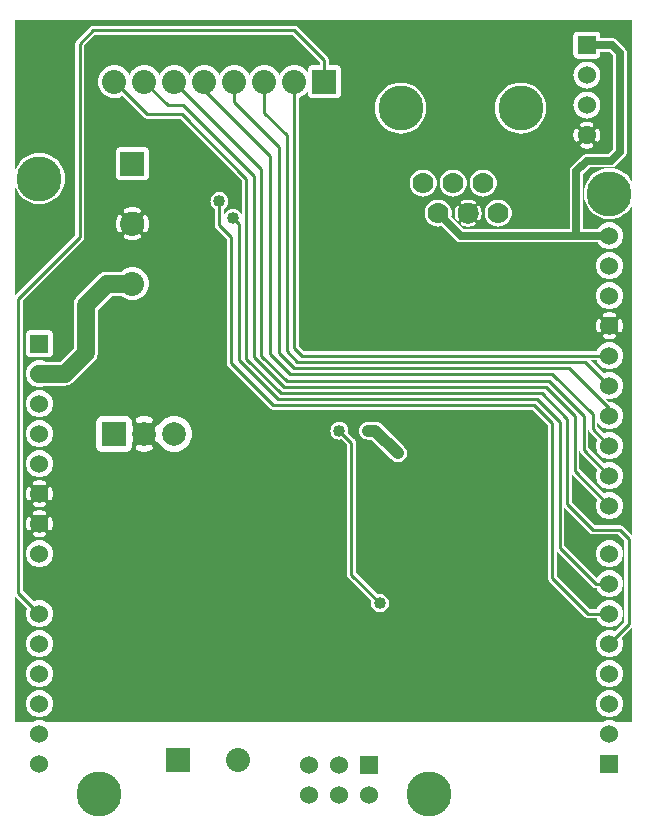
<source format=gbr>
G04 start of page 3 for group 1 idx 1 *
G04 Title: (unknown), solder *
G04 Creator: pcb 20140316 *
G04 CreationDate: Mon 18 May 2015 09:44:02 PM GMT UTC *
G04 For: ndholmes *
G04 Format: Gerber/RS-274X *
G04 PCB-Dimensions (mil): 2110.00 2710.00 *
G04 PCB-Coordinate-Origin: lower left *
%MOIN*%
%FSLAX25Y25*%
%LNBOTTOM*%
%ADD51C,0.1280*%
%ADD50C,0.0300*%
%ADD49C,0.0480*%
%ADD48C,0.0450*%
%ADD47C,0.1285*%
%ADD46C,0.0380*%
%ADD45C,0.0200*%
%ADD44C,0.0700*%
%ADD43C,0.0800*%
%ADD42C,0.0787*%
%ADD41C,0.1500*%
%ADD40C,0.0600*%
%ADD39C,0.0400*%
%ADD38C,0.0100*%
%ADD37C,0.0250*%
%ADD36C,0.0001*%
G54D36*G36*
X200493Y55987D02*X200500Y55986D01*
X201206Y56042D01*
X201895Y56207D01*
X202549Y56478D01*
X203153Y56848D01*
X203692Y57308D01*
X204152Y57847D01*
X204522Y58451D01*
X204793Y59105D01*
X204958Y59794D01*
X205000Y60500D01*
X204958Y61206D01*
X204793Y61895D01*
X204565Y62444D01*
X208000Y65879D01*
Y34500D01*
X202585D01*
X202549Y34522D01*
X201895Y34793D01*
X201206Y34958D01*
X200500Y35014D01*
X200493Y35013D01*
Y35987D01*
X200500Y35986D01*
X201206Y36042D01*
X201895Y36207D01*
X202549Y36478D01*
X203153Y36848D01*
X203692Y37308D01*
X204152Y37847D01*
X204522Y38451D01*
X204793Y39105D01*
X204958Y39794D01*
X205000Y40500D01*
X204958Y41206D01*
X204793Y41895D01*
X204522Y42549D01*
X204152Y43153D01*
X203692Y43692D01*
X203153Y44152D01*
X202549Y44522D01*
X201895Y44793D01*
X201206Y44958D01*
X200500Y45014D01*
X200493Y45013D01*
Y45987D01*
X200500Y45986D01*
X201206Y46042D01*
X201895Y46207D01*
X202549Y46478D01*
X203153Y46848D01*
X203692Y47308D01*
X204152Y47847D01*
X204522Y48451D01*
X204793Y49105D01*
X204958Y49794D01*
X205000Y50500D01*
X204958Y51206D01*
X204793Y51895D01*
X204522Y52549D01*
X204152Y53153D01*
X203692Y53692D01*
X203153Y54152D01*
X202549Y54522D01*
X201895Y54793D01*
X201206Y54958D01*
X200500Y55014D01*
X200493Y55013D01*
Y55987D01*
G37*
G36*
Y65987D02*X200500Y65986D01*
X201206Y66042D01*
X201895Y66207D01*
X202549Y66478D01*
X203153Y66848D01*
X203692Y67308D01*
X204152Y67847D01*
X204522Y68451D01*
X204793Y69105D01*
X204958Y69794D01*
X205000Y70500D01*
X204958Y71206D01*
X204793Y71895D01*
X204522Y72549D01*
X204152Y73153D01*
X203692Y73692D01*
X203153Y74152D01*
X202549Y74522D01*
X201895Y74793D01*
X201206Y74958D01*
X200500Y75014D01*
X200493Y75013D01*
Y75987D01*
X200500Y75986D01*
X201206Y76042D01*
X201895Y76207D01*
X202549Y76478D01*
X203153Y76848D01*
X203692Y77308D01*
X204152Y77847D01*
X204522Y78451D01*
X204793Y79105D01*
X204958Y79794D01*
X205000Y80500D01*
X204958Y81206D01*
X204793Y81895D01*
X204522Y82549D01*
X204152Y83153D01*
X203692Y83692D01*
X203153Y84152D01*
X202549Y84522D01*
X201895Y84793D01*
X201206Y84958D01*
X200500Y85014D01*
X200493Y85013D01*
Y85987D01*
X200500Y85986D01*
X201206Y86042D01*
X201895Y86207D01*
X202549Y86478D01*
X203153Y86848D01*
X203692Y87308D01*
X204152Y87847D01*
X204522Y88451D01*
X204793Y89105D01*
X204958Y89794D01*
X205000Y90500D01*
X204958Y91206D01*
X204793Y91895D01*
X204522Y92549D01*
X204152Y93153D01*
X203692Y93692D01*
X203153Y94152D01*
X202549Y94522D01*
X201895Y94793D01*
X201206Y94958D01*
X200500Y95014D01*
X200493Y95013D01*
Y97000D01*
X203379D01*
X205500Y94879D01*
Y67621D01*
X202444Y64565D01*
X201895Y64793D01*
X201206Y64958D01*
X200500Y65014D01*
X200493Y65013D01*
Y65987D01*
G37*
G36*
Y85013D02*X199794Y84958D01*
X199105Y84793D01*
X198451Y84522D01*
X197847Y84152D01*
X197308Y83692D01*
X196848Y83153D01*
X196478Y82549D01*
X196359Y82262D01*
X185500Y93121D01*
Y105879D01*
X193898Y97481D01*
X193936Y97436D01*
X194115Y97283D01*
X194116Y97283D01*
X194317Y97159D01*
X194535Y97069D01*
X194765Y97014D01*
X195000Y96995D01*
X195059Y97000D01*
X200493D01*
Y95013D01*
X199794Y94958D01*
X199105Y94793D01*
X198451Y94522D01*
X197847Y94152D01*
X197308Y93692D01*
X196848Y93153D01*
X196478Y92549D01*
X196207Y91895D01*
X196042Y91206D01*
X195986Y90500D01*
X196042Y89794D01*
X196207Y89105D01*
X196478Y88451D01*
X196848Y87847D01*
X197308Y87308D01*
X197847Y86848D01*
X198451Y86478D01*
X199105Y86207D01*
X199794Y86042D01*
X200493Y85987D01*
Y85013D01*
G37*
G36*
Y75013D02*X199794Y74958D01*
X199105Y74793D01*
X198451Y74522D01*
X197847Y74152D01*
X197308Y73692D01*
X196848Y73153D01*
X196478Y72549D01*
X196251Y72000D01*
X194121D01*
X183000Y83121D01*
Y91379D01*
X194898Y79481D01*
X194936Y79436D01*
X195115Y79283D01*
X195116Y79283D01*
X195317Y79159D01*
X195535Y79069D01*
X195765Y79014D01*
X196000Y78995D01*
X196059Y79000D01*
X196251D01*
X196478Y78451D01*
X196848Y77847D01*
X197308Y77308D01*
X197847Y76848D01*
X198451Y76478D01*
X199105Y76207D01*
X199794Y76042D01*
X200493Y75987D01*
Y75013D01*
G37*
G36*
X117245Y138500D02*X174879D01*
X180000Y133379D01*
Y82559D01*
X179995Y82500D01*
X180014Y82265D01*
X180069Y82035D01*
X180159Y81817D01*
X180283Y81616D01*
X180436Y81436D01*
X180481Y81398D01*
X192398Y69481D01*
X192436Y69436D01*
X192616Y69283D01*
X192817Y69159D01*
X193035Y69069D01*
X193265Y69014D01*
X193500Y68995D01*
X193559Y69000D01*
X196251D01*
X196478Y68451D01*
X196848Y67847D01*
X197308Y67308D01*
X197847Y66848D01*
X198451Y66478D01*
X199105Y66207D01*
X199794Y66042D01*
X200493Y65987D01*
Y65013D01*
X199794Y64958D01*
X199105Y64793D01*
X198451Y64522D01*
X197847Y64152D01*
X197308Y63692D01*
X196848Y63153D01*
X196478Y62549D01*
X196207Y61895D01*
X196042Y61206D01*
X195986Y60500D01*
X196042Y59794D01*
X196207Y59105D01*
X196478Y58451D01*
X196848Y57847D01*
X197308Y57308D01*
X197847Y56848D01*
X198451Y56478D01*
X199105Y56207D01*
X199794Y56042D01*
X200493Y55987D01*
Y55013D01*
X199794Y54958D01*
X199105Y54793D01*
X198451Y54522D01*
X197847Y54152D01*
X197308Y53692D01*
X196848Y53153D01*
X196478Y52549D01*
X196207Y51895D01*
X196042Y51206D01*
X195986Y50500D01*
X196042Y49794D01*
X196207Y49105D01*
X196478Y48451D01*
X196848Y47847D01*
X197308Y47308D01*
X197847Y46848D01*
X198451Y46478D01*
X199105Y46207D01*
X199794Y46042D01*
X200493Y45987D01*
Y45013D01*
X199794Y44958D01*
X199105Y44793D01*
X198451Y44522D01*
X197847Y44152D01*
X197308Y43692D01*
X196848Y43153D01*
X196478Y42549D01*
X196207Y41895D01*
X196042Y41206D01*
X195986Y40500D01*
X196042Y39794D01*
X196207Y39105D01*
X196478Y38451D01*
X196848Y37847D01*
X197308Y37308D01*
X197847Y36848D01*
X198451Y36478D01*
X199105Y36207D01*
X199794Y36042D01*
X200493Y35987D01*
Y35013D01*
X199794Y34958D01*
X199105Y34793D01*
X198451Y34522D01*
X198415Y34500D01*
X117245D01*
Y78633D01*
X121101Y74777D01*
X121028Y74471D01*
X120991Y74000D01*
X121028Y73529D01*
X121138Y73070D01*
X121319Y72634D01*
X121565Y72231D01*
X121872Y71872D01*
X122231Y71565D01*
X122634Y71319D01*
X123070Y71138D01*
X123529Y71028D01*
X124000Y70991D01*
X124471Y71028D01*
X124930Y71138D01*
X125366Y71319D01*
X125769Y71565D01*
X126128Y71872D01*
X126435Y72231D01*
X126681Y72634D01*
X126862Y73070D01*
X126972Y73529D01*
X127000Y74000D01*
X126972Y74471D01*
X126862Y74930D01*
X126681Y75366D01*
X126435Y75769D01*
X126128Y76128D01*
X125769Y76435D01*
X125366Y76681D01*
X124930Y76862D01*
X124471Y76972D01*
X124000Y77009D01*
X123529Y76972D01*
X123223Y76899D01*
X117245Y82876D01*
Y130311D01*
X117319Y130134D01*
X117565Y129731D01*
X117872Y129372D01*
X118231Y129065D01*
X118634Y128819D01*
X119070Y128638D01*
X119529Y128528D01*
X120000Y128491D01*
X120118Y128500D01*
X121257D01*
X127796Y121962D01*
X127872Y121872D01*
X128231Y121565D01*
X128231Y121565D01*
X128634Y121319D01*
X129070Y121138D01*
X129440Y121049D01*
X129529Y121028D01*
X130000Y120991D01*
X130000D01*
X130471Y121028D01*
X130930Y121138D01*
X131366Y121319D01*
X131769Y121565D01*
X132128Y121872D01*
X132435Y122231D01*
X132681Y122634D01*
X132862Y123070D01*
X132951Y123440D01*
X132972Y123529D01*
Y123529D01*
X133009Y124000D01*
X132972Y124471D01*
X132862Y124930D01*
X132681Y125366D01*
X132435Y125769D01*
X132128Y126128D01*
X132038Y126204D01*
X124704Y133538D01*
X124628Y133628D01*
X124269Y133935D01*
X123866Y134181D01*
X123430Y134362D01*
X122971Y134472D01*
X122971Y134472D01*
X122500Y134509D01*
X122382Y134500D01*
X120118D01*
X120000Y134509D01*
X119529Y134472D01*
X119070Y134362D01*
X118634Y134181D01*
X118231Y133935D01*
X117872Y133628D01*
X117565Y133269D01*
X117319Y132866D01*
X117245Y132689D01*
Y138500D01*
G37*
G36*
X55158Y263500D02*X94879D01*
X104000Y254379D01*
Y253291D01*
X101265Y253286D01*
X101035Y253231D01*
X100817Y253141D01*
X100616Y253017D01*
X100436Y252864D01*
X100283Y252684D01*
X100159Y252483D01*
X100069Y252265D01*
X100014Y252035D01*
X100000Y251800D01*
X100001Y250981D01*
X99963Y251043D01*
X99401Y251701D01*
X98743Y252263D01*
X98005Y252716D01*
X97205Y253047D01*
X96363Y253249D01*
X95500Y253317D01*
X94637Y253249D01*
X93795Y253047D01*
X92995Y252716D01*
X92257Y252263D01*
X91599Y251701D01*
X91037Y251043D01*
X90584Y250305D01*
X90500Y250101D01*
X90416Y250305D01*
X89963Y251043D01*
X89401Y251701D01*
X88743Y252263D01*
X88005Y252716D01*
X87205Y253047D01*
X86363Y253249D01*
X85500Y253317D01*
X84637Y253249D01*
X83795Y253047D01*
X82995Y252716D01*
X82257Y252263D01*
X81599Y251701D01*
X81037Y251043D01*
X80584Y250305D01*
X80500Y250101D01*
X80416Y250305D01*
X79963Y251043D01*
X79401Y251701D01*
X78743Y252263D01*
X78005Y252716D01*
X77205Y253047D01*
X76363Y253249D01*
X75500Y253317D01*
X74637Y253249D01*
X73795Y253047D01*
X72995Y252716D01*
X72257Y252263D01*
X71599Y251701D01*
X71037Y251043D01*
X70584Y250305D01*
X70500Y250101D01*
X70416Y250305D01*
X69963Y251043D01*
X69401Y251701D01*
X68743Y252263D01*
X68005Y252716D01*
X67205Y253047D01*
X66363Y253249D01*
X65500Y253317D01*
X64637Y253249D01*
X63795Y253047D01*
X62995Y252716D01*
X62257Y252263D01*
X61599Y251701D01*
X61037Y251043D01*
X60584Y250305D01*
X60500Y250101D01*
X60416Y250305D01*
X59963Y251043D01*
X59401Y251701D01*
X58743Y252263D01*
X58005Y252716D01*
X57205Y253047D01*
X56363Y253249D01*
X55500Y253317D01*
X55158Y253290D01*
Y263500D01*
G37*
G36*
Y235500D02*X57379D01*
X78000Y214879D01*
Y202500D01*
X77972Y202971D01*
X77862Y203430D01*
X77681Y203866D01*
X77435Y204269D01*
X77128Y204628D01*
X76769Y204935D01*
X76366Y205181D01*
X75930Y205362D01*
X75471Y205472D01*
X75000Y205509D01*
X74529Y205472D01*
X74070Y205362D01*
X73634Y205181D01*
X73231Y204935D01*
X72872Y204628D01*
X72565Y204269D01*
X72319Y203866D01*
X72138Y203430D01*
X72028Y202971D01*
X72000Y202618D01*
Y205401D01*
X72269Y205565D01*
X72628Y205872D01*
X72935Y206231D01*
X73181Y206634D01*
X73362Y207070D01*
X73472Y207529D01*
X73500Y208000D01*
X73472Y208471D01*
X73362Y208930D01*
X73181Y209366D01*
X72935Y209769D01*
X72628Y210128D01*
X72269Y210435D01*
X71866Y210681D01*
X71430Y210862D01*
X70971Y210972D01*
X70500Y211009D01*
X70029Y210972D01*
X69570Y210862D01*
X69134Y210681D01*
X68731Y210435D01*
X68372Y210128D01*
X68065Y209769D01*
X67819Y209366D01*
X67638Y208930D01*
X67528Y208471D01*
X67491Y208000D01*
X67528Y207529D01*
X67638Y207070D01*
X67819Y206634D01*
X68065Y206231D01*
X68372Y205872D01*
X68731Y205565D01*
X69000Y205401D01*
Y200059D01*
X68995Y200000D01*
X69014Y199765D01*
X69069Y199535D01*
X69159Y199317D01*
X69283Y199116D01*
X69283Y199115D01*
X69436Y198936D01*
X69481Y198898D01*
X73000Y195379D01*
Y154059D01*
X72995Y154000D01*
X73014Y153765D01*
X73069Y153535D01*
X73159Y153317D01*
X73283Y153116D01*
X73436Y152936D01*
X73481Y152898D01*
X87398Y138981D01*
X87436Y138936D01*
X87615Y138783D01*
X87616Y138783D01*
X87817Y138659D01*
X88035Y138569D01*
X88265Y138514D01*
X88500Y138495D01*
X88559Y138500D01*
X117245D01*
Y132689D01*
X117138Y132430D01*
X117028Y131971D01*
X116991Y131500D01*
X117028Y131029D01*
X117138Y130570D01*
X117245Y130311D01*
Y82876D01*
X116000Y84121D01*
Y127441D01*
X116005Y127500D01*
X115986Y127735D01*
X115986Y127735D01*
X115931Y127965D01*
X115841Y128183D01*
X115717Y128384D01*
X115564Y128564D01*
X115519Y128602D01*
X113399Y130723D01*
X113472Y131029D01*
X113500Y131500D01*
X113472Y131971D01*
X113362Y132430D01*
X113181Y132866D01*
X112935Y133269D01*
X112628Y133628D01*
X112269Y133935D01*
X111866Y134181D01*
X111430Y134362D01*
X110971Y134472D01*
X110500Y134509D01*
X110029Y134472D01*
X109570Y134362D01*
X109134Y134181D01*
X108731Y133935D01*
X108372Y133628D01*
X108065Y133269D01*
X107819Y132866D01*
X107638Y132430D01*
X107528Y131971D01*
X107491Y131500D01*
X107528Y131029D01*
X107638Y130570D01*
X107819Y130134D01*
X108065Y129731D01*
X108372Y129372D01*
X108731Y129065D01*
X109134Y128819D01*
X109570Y128638D01*
X110029Y128528D01*
X110500Y128491D01*
X110971Y128528D01*
X111277Y128601D01*
X113000Y126879D01*
Y83559D01*
X112995Y83500D01*
X113014Y83265D01*
X113069Y83035D01*
X113159Y82817D01*
X113283Y82616D01*
X113436Y82436D01*
X113481Y82398D01*
X117245Y78633D01*
Y34500D01*
X55158D01*
Y124464D01*
X55400Y124445D01*
X56332Y124518D01*
X57240Y124736D01*
X58104Y125094D01*
X58900Y125582D01*
X59611Y126189D01*
X60218Y126900D01*
X60706Y127696D01*
X61064Y128560D01*
X61282Y129468D01*
X61337Y130400D01*
X61282Y131332D01*
X61064Y132240D01*
X60706Y133104D01*
X60218Y133900D01*
X59611Y134611D01*
X58900Y135218D01*
X58104Y135706D01*
X57240Y136064D01*
X56332Y136282D01*
X55400Y136355D01*
X55158Y136336D01*
Y235500D01*
G37*
G36*
X45402Y201362D02*X45430Y201247D01*
X45482Y200875D01*
X45500Y200500D01*
X45482Y200125D01*
X45430Y199753D01*
X45402Y199638D01*
Y201362D01*
G37*
G36*
Y263500D02*X55158D01*
Y253290D01*
X54637Y253249D01*
X53795Y253047D01*
X52995Y252716D01*
X52257Y252263D01*
X51599Y251701D01*
X51037Y251043D01*
X50584Y250305D01*
X50500Y250101D01*
X50416Y250305D01*
X49963Y251043D01*
X49401Y251701D01*
X48743Y252263D01*
X48005Y252716D01*
X47205Y253047D01*
X46363Y253249D01*
X45500Y253317D01*
X45402Y253309D01*
Y263500D01*
G37*
G36*
Y235976D02*X45436Y235936D01*
X45616Y235783D01*
X45817Y235659D01*
X46035Y235569D01*
X46265Y235514D01*
X46500Y235495D01*
X46559Y235500D01*
X55158D01*
Y136336D01*
X54468Y136282D01*
X53560Y136064D01*
X52696Y135706D01*
X51900Y135218D01*
X51189Y134611D01*
X50582Y133900D01*
X50165Y133221D01*
X50076Y133236D01*
X49918Y133238D01*
X49761Y133215D01*
X49610Y133168D01*
X49469Y133098D01*
X49339Y133007D01*
X49226Y132896D01*
X49132Y132770D01*
X49058Y132630D01*
X49008Y132480D01*
X48981Y132324D01*
X48979Y132166D01*
X49002Y132010D01*
X49052Y131860D01*
X49178Y131508D01*
X49266Y131144D01*
X49319Y130774D01*
X49337Y130400D01*
X49319Y130026D01*
X49266Y129656D01*
X49178Y129292D01*
X49056Y128939D01*
X49006Y128789D01*
X48983Y128634D01*
X48985Y128476D01*
X49012Y128321D01*
X49062Y128172D01*
X49136Y128033D01*
X49230Y127907D01*
X49342Y127797D01*
X49471Y127706D01*
X49612Y127636D01*
X49762Y127589D01*
X49918Y127567D01*
X50075Y127568D01*
X50163Y127583D01*
X50582Y126900D01*
X51189Y126189D01*
X51900Y125582D01*
X52696Y125094D01*
X53560Y124736D01*
X54468Y124518D01*
X55158Y124464D01*
Y34500D01*
X45402D01*
Y124456D01*
X45964Y124483D01*
X46523Y124563D01*
X47072Y124696D01*
X47606Y124881D01*
X47748Y124950D01*
X47877Y125042D01*
X47991Y125152D01*
X48085Y125279D01*
X48159Y125419D01*
X48209Y125568D01*
X48236Y125724D01*
X48238Y125882D01*
X48215Y126039D01*
X48168Y126190D01*
X48098Y126331D01*
X48007Y126461D01*
X47896Y126574D01*
X47770Y126668D01*
X47630Y126742D01*
X47480Y126792D01*
X47324Y126819D01*
X47166Y126821D01*
X47010Y126798D01*
X46860Y126748D01*
X46508Y126622D01*
X46144Y126534D01*
X45774Y126481D01*
X45402Y126463D01*
Y134337D01*
X45774Y134319D01*
X46144Y134266D01*
X46508Y134178D01*
X46861Y134056D01*
X47011Y134006D01*
X47166Y133983D01*
X47324Y133985D01*
X47479Y134012D01*
X47628Y134062D01*
X47767Y134136D01*
X47893Y134230D01*
X48003Y134342D01*
X48094Y134471D01*
X48164Y134612D01*
X48211Y134762D01*
X48233Y134918D01*
X48232Y135075D01*
X48205Y135231D01*
X48154Y135380D01*
X48081Y135519D01*
X47987Y135645D01*
X47875Y135755D01*
X47746Y135846D01*
X47604Y135913D01*
X47072Y136104D01*
X46523Y136237D01*
X45964Y136317D01*
X45402Y136344D01*
Y176600D01*
X45963Y177257D01*
X46416Y177995D01*
X46747Y178795D01*
X46949Y179637D01*
X47000Y180500D01*
X46949Y181363D01*
X46747Y182205D01*
X46416Y183005D01*
X45963Y183743D01*
X45402Y184400D01*
Y197677D01*
X45504Y197635D01*
X45619Y197607D01*
X45737Y197598D01*
X45855Y197608D01*
X45969Y197635D01*
X46078Y197681D01*
X46179Y197743D01*
X46269Y197819D01*
X46345Y197909D01*
X46405Y198011D01*
X46622Y198480D01*
X46789Y198969D01*
X46909Y199472D01*
X46982Y199984D01*
X47006Y200500D01*
X46982Y201016D01*
X46909Y201528D01*
X46789Y202031D01*
X46622Y202520D01*
X46410Y202992D01*
X46349Y203093D01*
X46272Y203184D01*
X46182Y203261D01*
X46080Y203323D01*
X45971Y203369D01*
X45855Y203397D01*
X45737Y203406D01*
X45619Y203397D01*
X45503Y203370D01*
X45402Y203328D01*
Y215013D01*
X45735Y215014D01*
X45965Y215069D01*
X46183Y215159D01*
X46384Y215283D01*
X46564Y215436D01*
X46717Y215616D01*
X46841Y215817D01*
X46931Y216035D01*
X46986Y216265D01*
X47000Y216500D01*
X46986Y224735D01*
X46931Y224965D01*
X46841Y225183D01*
X46717Y225384D01*
X46564Y225564D01*
X46384Y225717D01*
X46183Y225841D01*
X45965Y225931D01*
X45735Y225986D01*
X45500Y226000D01*
X45402Y226000D01*
Y235976D01*
G37*
G36*
Y34500D02*X35642D01*
Y124472D01*
X39651Y124482D01*
X39957Y124555D01*
X40248Y124675D01*
X40516Y124840D01*
X40756Y125044D01*
X40960Y125284D01*
X41125Y125552D01*
X41245Y125843D01*
X41318Y126149D01*
X41337Y126463D01*
X41334Y127704D01*
X41461Y127793D01*
X41574Y127904D01*
X41668Y128030D01*
X41742Y128170D01*
X41792Y128320D01*
X41819Y128476D01*
X41821Y128634D01*
X41798Y128790D01*
X41748Y128940D01*
X41622Y129292D01*
X41534Y129656D01*
X41481Y130026D01*
X41463Y130400D01*
X41481Y130774D01*
X41534Y131144D01*
X41622Y131508D01*
X41744Y131861D01*
X41794Y132011D01*
X41817Y132166D01*
X41815Y132324D01*
X41788Y132479D01*
X41738Y132628D01*
X41664Y132767D01*
X41570Y132893D01*
X41458Y133003D01*
X41329Y133094D01*
X41322Y133098D01*
X41318Y134651D01*
X41245Y134957D01*
X41125Y135248D01*
X40960Y135516D01*
X40756Y135756D01*
X40516Y135960D01*
X40248Y136125D01*
X39957Y136245D01*
X39651Y136318D01*
X39337Y136337D01*
X35642Y136329D01*
Y176500D01*
X37715D01*
X38257Y176037D01*
X38995Y175584D01*
X39795Y175253D01*
X40637Y175051D01*
X41500Y174983D01*
X42363Y175051D01*
X43205Y175253D01*
X44005Y175584D01*
X44743Y176037D01*
X45401Y176599D01*
X45402Y176600D01*
Y136344D01*
X45400Y136344D01*
X44836Y136317D01*
X44277Y136237D01*
X43728Y136104D01*
X43194Y135919D01*
X43052Y135850D01*
X42923Y135758D01*
X42809Y135648D01*
X42715Y135521D01*
X42641Y135381D01*
X42591Y135232D01*
X42564Y135076D01*
X42562Y134918D01*
X42585Y134761D01*
X42632Y134610D01*
X42702Y134469D01*
X42793Y134339D01*
X42904Y134226D01*
X43030Y134132D01*
X43170Y134058D01*
X43320Y134008D01*
X43476Y133981D01*
X43634Y133979D01*
X43790Y134002D01*
X43940Y134052D01*
X44292Y134178D01*
X44656Y134266D01*
X45026Y134319D01*
X45400Y134337D01*
X45402Y134337D01*
Y126463D01*
X45400Y126463D01*
X45026Y126481D01*
X44656Y126534D01*
X44292Y126622D01*
X43939Y126744D01*
X43789Y126794D01*
X43634Y126817D01*
X43476Y126815D01*
X43321Y126788D01*
X43172Y126738D01*
X43033Y126664D01*
X42907Y126570D01*
X42797Y126458D01*
X42706Y126329D01*
X42636Y126188D01*
X42589Y126038D01*
X42567Y125882D01*
X42568Y125725D01*
X42595Y125569D01*
X42646Y125420D01*
X42719Y125281D01*
X42813Y125155D01*
X42925Y125045D01*
X43054Y124954D01*
X43196Y124887D01*
X43728Y124696D01*
X44277Y124563D01*
X44836Y124483D01*
X45400Y124456D01*
X45402Y124456D01*
Y34500D01*
G37*
G36*
X35642D02*X26493D01*
Y152336D01*
X28718Y154561D01*
X28837Y154663D01*
X29246Y155141D01*
X29246Y155142D01*
X29575Y155678D01*
X29816Y156260D01*
X29963Y156872D01*
X30012Y157500D01*
X30000Y157657D01*
Y171843D01*
X34657Y176500D01*
X35642D01*
Y136329D01*
X31149Y136318D01*
X30843Y136245D01*
X30552Y136125D01*
X30284Y135960D01*
X30044Y135756D01*
X29840Y135516D01*
X29675Y135248D01*
X29555Y134957D01*
X29482Y134651D01*
X29463Y134337D01*
X29482Y126149D01*
X29555Y125843D01*
X29675Y125552D01*
X29840Y125284D01*
X30044Y125044D01*
X30284Y124840D01*
X30552Y124675D01*
X30843Y124555D01*
X31149Y124482D01*
X31463Y124463D01*
X35642Y124472D01*
Y34500D01*
G37*
G36*
X41502Y263500D02*X45402D01*
Y253309D01*
X44637Y253249D01*
X43795Y253047D01*
X42995Y252716D01*
X42257Y252263D01*
X41599Y251701D01*
X41502Y251588D01*
Y263500D01*
G37*
G36*
Y215007D02*X45402Y215013D01*
Y203328D01*
X45393Y203324D01*
X45292Y203262D01*
X45202Y203186D01*
X45124Y203095D01*
X45062Y202994D01*
X45016Y202885D01*
X44989Y202769D01*
X44979Y202651D01*
X44988Y202532D01*
X45016Y202417D01*
X45063Y202308D01*
X45221Y201968D01*
X45342Y201612D01*
X45402Y201362D01*
Y199638D01*
X45342Y199388D01*
X45221Y199032D01*
X45067Y198690D01*
X45020Y198582D01*
X44993Y198467D01*
X44983Y198349D01*
X44993Y198232D01*
X45021Y198117D01*
X45066Y198008D01*
X45128Y197907D01*
X45205Y197818D01*
X45295Y197741D01*
X45395Y197680D01*
X45402Y197677D01*
Y184400D01*
X45401Y184401D01*
X44743Y184963D01*
X44005Y185416D01*
X43205Y185747D01*
X42363Y185949D01*
X41502Y186017D01*
Y194994D01*
X42016Y195018D01*
X42528Y195091D01*
X43031Y195211D01*
X43520Y195378D01*
X43992Y195590D01*
X44093Y195651D01*
X44184Y195728D01*
X44261Y195818D01*
X44323Y195920D01*
X44369Y196029D01*
X44397Y196145D01*
X44406Y196263D01*
X44397Y196381D01*
X44370Y196497D01*
X44324Y196607D01*
X44262Y196708D01*
X44186Y196798D01*
X44095Y196876D01*
X43994Y196938D01*
X43885Y196984D01*
X43769Y197011D01*
X43651Y197021D01*
X43532Y197012D01*
X43417Y196984D01*
X43308Y196937D01*
X42968Y196779D01*
X42612Y196658D01*
X42247Y196570D01*
X41875Y196518D01*
X41502Y196500D01*
Y204500D01*
X41875Y204482D01*
X42247Y204430D01*
X42612Y204342D01*
X42968Y204221D01*
X43310Y204067D01*
X43418Y204020D01*
X43533Y203993D01*
X43651Y203983D01*
X43768Y203993D01*
X43883Y204021D01*
X43992Y204066D01*
X44093Y204128D01*
X44182Y204205D01*
X44259Y204295D01*
X44320Y204395D01*
X44365Y204504D01*
X44393Y204619D01*
X44402Y204737D01*
X44392Y204855D01*
X44365Y204969D01*
X44319Y205078D01*
X44257Y205179D01*
X44181Y205269D01*
X44091Y205345D01*
X43989Y205405D01*
X43520Y205622D01*
X43031Y205789D01*
X42528Y205909D01*
X42016Y205982D01*
X41502Y206006D01*
Y215007D01*
G37*
G36*
Y239876D02*X45398Y235981D01*
X45402Y235976D01*
Y226000D01*
X41502Y225993D01*
Y239876D01*
G37*
G36*
X37007Y263500D02*X41502D01*
Y251588D01*
X41037Y251043D01*
X40584Y250305D01*
X40500Y250101D01*
X40416Y250305D01*
X39963Y251043D01*
X39401Y251701D01*
X38743Y252263D01*
X38005Y252716D01*
X37205Y253047D01*
X37007Y253094D01*
Y263500D01*
G37*
G36*
Y215080D02*X37035Y215069D01*
X37265Y215014D01*
X37500Y215000D01*
X41502Y215007D01*
Y206006D01*
X41500Y206006D01*
X40984Y205982D01*
X40472Y205909D01*
X39969Y205789D01*
X39480Y205622D01*
X39008Y205410D01*
X38907Y205349D01*
X38816Y205272D01*
X38739Y205182D01*
X38677Y205080D01*
X38631Y204971D01*
X38603Y204855D01*
X38594Y204737D01*
X38603Y204619D01*
X38630Y204503D01*
X38676Y204393D01*
X38738Y204292D01*
X38814Y204202D01*
X38905Y204124D01*
X39006Y204062D01*
X39115Y204016D01*
X39231Y203989D01*
X39349Y203979D01*
X39468Y203988D01*
X39583Y204016D01*
X39692Y204063D01*
X40032Y204221D01*
X40388Y204342D01*
X40753Y204430D01*
X41125Y204482D01*
X41500Y204500D01*
X41502Y204500D01*
Y196500D01*
X41500Y196500D01*
X41125Y196518D01*
X40753Y196570D01*
X40388Y196658D01*
X40032Y196779D01*
X39690Y196933D01*
X39582Y196980D01*
X39467Y197007D01*
X39349Y197017D01*
X39232Y197007D01*
X39117Y196979D01*
X39008Y196934D01*
X38907Y196872D01*
X38818Y196795D01*
X38741Y196705D01*
X38680Y196605D01*
X38635Y196496D01*
X38607Y196381D01*
X38598Y196263D01*
X38608Y196145D01*
X38635Y196031D01*
X38681Y195922D01*
X38743Y195821D01*
X38819Y195731D01*
X38909Y195655D01*
X39011Y195595D01*
X39480Y195378D01*
X39969Y195211D01*
X40472Y195091D01*
X40984Y195018D01*
X41500Y194994D01*
X41502Y194994D01*
Y186017D01*
X41500Y186017D01*
X40637Y185949D01*
X39795Y185747D01*
X38995Y185416D01*
X38257Y184963D01*
X37715Y184500D01*
X37007D01*
Y197640D01*
X37029Y197631D01*
X37145Y197603D01*
X37263Y197594D01*
X37381Y197603D01*
X37497Y197630D01*
X37607Y197676D01*
X37708Y197738D01*
X37798Y197814D01*
X37876Y197905D01*
X37938Y198006D01*
X37984Y198115D01*
X38011Y198231D01*
X38021Y198349D01*
X38012Y198468D01*
X37984Y198583D01*
X37937Y198692D01*
X37779Y199032D01*
X37658Y199388D01*
X37570Y199753D01*
X37518Y200125D01*
X37500Y200500D01*
X37518Y200875D01*
X37570Y201247D01*
X37658Y201612D01*
X37779Y201968D01*
X37933Y202310D01*
X37980Y202418D01*
X38007Y202533D01*
X38017Y202651D01*
X38007Y202768D01*
X37979Y202883D01*
X37934Y202992D01*
X37872Y203093D01*
X37795Y203182D01*
X37705Y203259D01*
X37605Y203320D01*
X37496Y203365D01*
X37381Y203393D01*
X37263Y203402D01*
X37145Y203392D01*
X37031Y203365D01*
X37007Y203355D01*
Y215080D01*
G37*
G36*
X38308Y243070D02*X41502Y239876D01*
Y225993D01*
X37265Y225986D01*
X37035Y225931D01*
X37007Y225920D01*
Y242506D01*
X37205Y242553D01*
X38005Y242884D01*
X38308Y243070D01*
G37*
G36*
X37007Y225920D02*X36817Y225841D01*
X36616Y225717D01*
X36436Y225564D01*
X36283Y225384D01*
X36159Y225183D01*
X36069Y224965D01*
X36014Y224735D01*
X36000Y224500D01*
X36014Y216265D01*
X36069Y216035D01*
X36159Y215817D01*
X36283Y215616D01*
X36436Y215436D01*
X36616Y215283D01*
X36817Y215159D01*
X37007Y215080D01*
Y203355D01*
X36922Y203319D01*
X36821Y203257D01*
X36731Y203181D01*
X36655Y203091D01*
X36595Y202989D01*
X36378Y202520D01*
X36211Y202031D01*
X36091Y201528D01*
X36018Y201016D01*
X35994Y200500D01*
X36018Y199984D01*
X36091Y199472D01*
X36211Y198969D01*
X36378Y198480D01*
X36590Y198008D01*
X36651Y197907D01*
X36728Y197816D01*
X36818Y197739D01*
X36920Y197677D01*
X37007Y197640D01*
Y184500D01*
X33157D01*
X33000Y184512D01*
X32372Y184463D01*
X31760Y184316D01*
X31178Y184075D01*
X30642Y183746D01*
X30641Y183746D01*
X30163Y183337D01*
X30061Y183218D01*
X26493Y179650D01*
Y260872D01*
X29121Y263500D01*
X37007D01*
Y253094D01*
X36363Y253249D01*
X35500Y253317D01*
X34637Y253249D01*
X33795Y253047D01*
X32995Y252716D01*
X32257Y252263D01*
X31599Y251701D01*
X31037Y251043D01*
X30584Y250305D01*
X30253Y249505D01*
X30051Y248663D01*
X29983Y247800D01*
X30051Y246937D01*
X30253Y246095D01*
X30584Y245295D01*
X31037Y244557D01*
X31599Y243899D01*
X32257Y243337D01*
X32995Y242884D01*
X33795Y242553D01*
X34637Y242351D01*
X35500Y242283D01*
X36363Y242351D01*
X37007Y242506D01*
Y225920D01*
G37*
G36*
X10493Y180372D02*X25019Y194898D01*
X25064Y194936D01*
X25217Y195115D01*
X25217Y195116D01*
X25341Y195317D01*
X25431Y195535D01*
X25486Y195765D01*
X25505Y196000D01*
X25500Y196059D01*
Y259879D01*
X26493Y260872D01*
Y179650D01*
X23282Y176439D01*
X23163Y176337D01*
X22754Y175858D01*
X22425Y175322D01*
X22184Y174740D01*
X22037Y174128D01*
X21988Y173500D01*
X22000Y173343D01*
Y159157D01*
X17343Y154500D01*
X12585D01*
X12549Y154522D01*
X11895Y154793D01*
X11206Y154958D01*
X10500Y155014D01*
X10493Y155013D01*
Y156007D01*
X13735Y156014D01*
X13965Y156069D01*
X14183Y156159D01*
X14384Y156283D01*
X14564Y156436D01*
X14717Y156616D01*
X14841Y156817D01*
X14931Y157035D01*
X14986Y157265D01*
X15000Y157500D01*
X14986Y163735D01*
X14931Y163965D01*
X14841Y164183D01*
X14717Y164384D01*
X14564Y164564D01*
X14384Y164717D01*
X14183Y164841D01*
X13965Y164931D01*
X13735Y164986D01*
X13500Y165000D01*
X10493Y164993D01*
Y180372D01*
G37*
G36*
X26493Y34500D02*X14113D01*
Y37802D01*
X14152Y37847D01*
X14522Y38451D01*
X14793Y39105D01*
X14958Y39794D01*
X15000Y40500D01*
X14958Y41206D01*
X14793Y41895D01*
X14522Y42549D01*
X14152Y43153D01*
X14113Y43198D01*
Y47802D01*
X14152Y47847D01*
X14522Y48451D01*
X14793Y49105D01*
X14958Y49794D01*
X15000Y50500D01*
X14958Y51206D01*
X14793Y51895D01*
X14522Y52549D01*
X14152Y53153D01*
X14113Y53198D01*
Y57802D01*
X14152Y57847D01*
X14522Y58451D01*
X14793Y59105D01*
X14958Y59794D01*
X15000Y60500D01*
X14958Y61206D01*
X14793Y61895D01*
X14522Y62549D01*
X14152Y63153D01*
X14113Y63198D01*
Y67802D01*
X14152Y67847D01*
X14522Y68451D01*
X14793Y69105D01*
X14958Y69794D01*
X15000Y70500D01*
X14958Y71206D01*
X14793Y71895D01*
X14522Y72549D01*
X14152Y73153D01*
X14113Y73198D01*
Y87802D01*
X14152Y87847D01*
X14522Y88451D01*
X14793Y89105D01*
X14958Y89794D01*
X15000Y90500D01*
X14958Y91206D01*
X14793Y91895D01*
X14522Y92549D01*
X14152Y93153D01*
X14113Y93198D01*
Y98353D01*
X14156Y98360D01*
X14268Y98397D01*
X14373Y98452D01*
X14468Y98522D01*
X14551Y98606D01*
X14619Y98702D01*
X14670Y98808D01*
X14818Y99216D01*
X14922Y99637D01*
X14984Y100067D01*
X15005Y100500D01*
X14984Y100933D01*
X14922Y101363D01*
X14818Y101784D01*
X14675Y102194D01*
X14622Y102300D01*
X14553Y102396D01*
X14470Y102481D01*
X14375Y102551D01*
X14269Y102606D01*
X14157Y102643D01*
X14113Y102651D01*
Y108353D01*
X14156Y108360D01*
X14268Y108397D01*
X14373Y108452D01*
X14468Y108522D01*
X14551Y108606D01*
X14619Y108702D01*
X14670Y108808D01*
X14818Y109216D01*
X14922Y109637D01*
X14984Y110067D01*
X15005Y110500D01*
X14984Y110933D01*
X14922Y111363D01*
X14818Y111784D01*
X14675Y112194D01*
X14622Y112300D01*
X14553Y112396D01*
X14470Y112481D01*
X14375Y112551D01*
X14269Y112606D01*
X14157Y112643D01*
X14113Y112651D01*
Y117802D01*
X14152Y117847D01*
X14522Y118451D01*
X14793Y119105D01*
X14958Y119794D01*
X15000Y120500D01*
X14958Y121206D01*
X14793Y121895D01*
X14522Y122549D01*
X14152Y123153D01*
X14113Y123198D01*
Y127802D01*
X14152Y127847D01*
X14522Y128451D01*
X14793Y129105D01*
X14958Y129794D01*
X15000Y130500D01*
X14958Y131206D01*
X14793Y131895D01*
X14522Y132549D01*
X14152Y133153D01*
X14113Y133198D01*
Y137802D01*
X14152Y137847D01*
X14522Y138451D01*
X14793Y139105D01*
X14958Y139794D01*
X15000Y140500D01*
X14958Y141206D01*
X14793Y141895D01*
X14522Y142549D01*
X14152Y143153D01*
X14113Y143198D01*
Y146500D01*
X18843D01*
X19000Y146488D01*
X19628Y146537D01*
X20240Y146684D01*
X20822Y146925D01*
X21358Y147254D01*
X21837Y147663D01*
X21939Y147782D01*
X26493Y152336D01*
Y34500D01*
G37*
G36*
X14113Y143198D02*X13692Y143692D01*
X13153Y144152D01*
X12549Y144522D01*
X11895Y144793D01*
X11206Y144958D01*
X10500Y145014D01*
X10493Y145013D01*
Y145987D01*
X10500Y145986D01*
X11206Y146042D01*
X11895Y146207D01*
X12549Y146478D01*
X12585Y146500D01*
X14113D01*
Y143198D01*
G37*
G36*
Y133198D02*X13692Y133692D01*
X13153Y134152D01*
X12549Y134522D01*
X11895Y134793D01*
X11206Y134958D01*
X10500Y135014D01*
X10493Y135013D01*
Y135987D01*
X10500Y135986D01*
X11206Y136042D01*
X11895Y136207D01*
X12549Y136478D01*
X13153Y136848D01*
X13692Y137308D01*
X14113Y137802D01*
Y133198D01*
G37*
G36*
Y123198D02*X13692Y123692D01*
X13153Y124152D01*
X12549Y124522D01*
X11895Y124793D01*
X11206Y124958D01*
X10500Y125014D01*
X10493Y125013D01*
Y125987D01*
X10500Y125986D01*
X11206Y126042D01*
X11895Y126207D01*
X12549Y126478D01*
X13153Y126848D01*
X13692Y127308D01*
X14113Y127802D01*
Y123198D01*
G37*
G36*
Y93198D02*X13692Y93692D01*
X13153Y94152D01*
X12549Y94522D01*
X11895Y94793D01*
X11206Y94958D01*
X10500Y95014D01*
X10493Y95013D01*
Y95995D01*
X10500Y95995D01*
X10933Y96016D01*
X11363Y96078D01*
X11784Y96182D01*
X12194Y96325D01*
X12300Y96378D01*
X12396Y96447D01*
X12481Y96530D01*
X12551Y96625D01*
X12606Y96731D01*
X12643Y96843D01*
X12663Y96960D01*
X12664Y97079D01*
X12646Y97196D01*
X12610Y97309D01*
X12557Y97415D01*
X12488Y97512D01*
X12405Y97596D01*
X12309Y97667D01*
X12204Y97721D01*
X12092Y97759D01*
X11975Y97778D01*
X11856Y97779D01*
X11739Y97761D01*
X11626Y97723D01*
X11355Y97624D01*
X11075Y97556D01*
X10789Y97514D01*
X10500Y97500D01*
X10493Y97500D01*
Y103500D01*
X10500Y103500D01*
X10789Y103486D01*
X11075Y103444D01*
X11355Y103376D01*
X11628Y103280D01*
X11739Y103242D01*
X11856Y103225D01*
X11974Y103225D01*
X12091Y103245D01*
X12203Y103282D01*
X12307Y103336D01*
X12402Y103406D01*
X12485Y103491D01*
X12554Y103587D01*
X12607Y103692D01*
X12643Y103805D01*
X12660Y103921D01*
X12659Y104039D01*
X12640Y104156D01*
X12603Y104268D01*
X12548Y104373D01*
X12478Y104468D01*
X12394Y104551D01*
X12298Y104619D01*
X12192Y104670D01*
X11784Y104818D01*
X11363Y104922D01*
X10933Y104984D01*
X10500Y105005D01*
X10493Y105005D01*
Y105995D01*
X10500Y105995D01*
X10933Y106016D01*
X11363Y106078D01*
X11784Y106182D01*
X12194Y106325D01*
X12300Y106378D01*
X12396Y106447D01*
X12481Y106530D01*
X12551Y106625D01*
X12606Y106731D01*
X12643Y106843D01*
X12663Y106960D01*
X12664Y107079D01*
X12646Y107196D01*
X12610Y107309D01*
X12557Y107415D01*
X12488Y107512D01*
X12405Y107596D01*
X12309Y107667D01*
X12204Y107721D01*
X12092Y107759D01*
X11975Y107778D01*
X11856Y107779D01*
X11739Y107761D01*
X11626Y107723D01*
X11355Y107624D01*
X11075Y107556D01*
X10789Y107514D01*
X10500Y107500D01*
X10493Y107500D01*
Y113500D01*
X10500Y113500D01*
X10789Y113486D01*
X11075Y113444D01*
X11355Y113376D01*
X11628Y113280D01*
X11739Y113242D01*
X11856Y113225D01*
X11974Y113225D01*
X12091Y113245D01*
X12203Y113282D01*
X12307Y113336D01*
X12402Y113406D01*
X12485Y113491D01*
X12554Y113587D01*
X12607Y113692D01*
X12643Y113805D01*
X12660Y113921D01*
X12659Y114039D01*
X12640Y114156D01*
X12603Y114268D01*
X12548Y114373D01*
X12478Y114468D01*
X12394Y114551D01*
X12298Y114619D01*
X12192Y114670D01*
X11784Y114818D01*
X11363Y114922D01*
X10933Y114984D01*
X10500Y115005D01*
X10493Y115005D01*
Y115987D01*
X10500Y115986D01*
X11206Y116042D01*
X11895Y116207D01*
X12549Y116478D01*
X13153Y116848D01*
X13692Y117308D01*
X14113Y117802D01*
Y112651D01*
X14040Y112663D01*
X13921Y112664D01*
X13804Y112646D01*
X13691Y112610D01*
X13585Y112557D01*
X13488Y112488D01*
X13404Y112405D01*
X13333Y112309D01*
X13279Y112204D01*
X13241Y112092D01*
X13222Y111975D01*
X13221Y111856D01*
X13239Y111739D01*
X13277Y111626D01*
X13376Y111355D01*
X13444Y111075D01*
X13486Y110789D01*
X13500Y110500D01*
X13486Y110211D01*
X13444Y109925D01*
X13376Y109645D01*
X13280Y109372D01*
X13242Y109261D01*
X13225Y109144D01*
X13225Y109026D01*
X13245Y108909D01*
X13282Y108797D01*
X13336Y108693D01*
X13406Y108598D01*
X13491Y108515D01*
X13587Y108446D01*
X13692Y108393D01*
X13805Y108357D01*
X13921Y108340D01*
X14039Y108341D01*
X14113Y108353D01*
Y102651D01*
X14040Y102663D01*
X13921Y102664D01*
X13804Y102646D01*
X13691Y102610D01*
X13585Y102557D01*
X13488Y102488D01*
X13404Y102405D01*
X13333Y102309D01*
X13279Y102204D01*
X13241Y102092D01*
X13222Y101975D01*
X13221Y101856D01*
X13239Y101739D01*
X13277Y101626D01*
X13376Y101355D01*
X13444Y101075D01*
X13486Y100789D01*
X13500Y100500D01*
X13486Y100211D01*
X13444Y99925D01*
X13376Y99645D01*
X13280Y99372D01*
X13242Y99261D01*
X13225Y99144D01*
X13225Y99026D01*
X13245Y98909D01*
X13282Y98797D01*
X13336Y98693D01*
X13406Y98598D01*
X13491Y98515D01*
X13587Y98446D01*
X13692Y98393D01*
X13805Y98357D01*
X13921Y98340D01*
X14039Y98341D01*
X14113Y98353D01*
Y93198D01*
G37*
G36*
Y73198D02*X13692Y73692D01*
X13153Y74152D01*
X12549Y74522D01*
X11895Y74793D01*
X11206Y74958D01*
X10500Y75014D01*
X10493Y75013D01*
Y85987D01*
X10500Y85986D01*
X11206Y86042D01*
X11895Y86207D01*
X12549Y86478D01*
X13153Y86848D01*
X13692Y87308D01*
X14113Y87802D01*
Y73198D01*
G37*
G36*
Y63198D02*X13692Y63692D01*
X13153Y64152D01*
X12549Y64522D01*
X11895Y64793D01*
X11206Y64958D01*
X10500Y65014D01*
X10493Y65013D01*
Y65987D01*
X10500Y65986D01*
X11206Y66042D01*
X11895Y66207D01*
X12549Y66478D01*
X13153Y66848D01*
X13692Y67308D01*
X14113Y67802D01*
Y63198D01*
G37*
G36*
Y53198D02*X13692Y53692D01*
X13153Y54152D01*
X12549Y54522D01*
X11895Y54793D01*
X11206Y54958D01*
X10500Y55014D01*
X10493Y55013D01*
Y55987D01*
X10500Y55986D01*
X11206Y56042D01*
X11895Y56207D01*
X12549Y56478D01*
X13153Y56848D01*
X13692Y57308D01*
X14113Y57802D01*
Y53198D01*
G37*
G36*
Y43198D02*X13692Y43692D01*
X13153Y44152D01*
X12549Y44522D01*
X11895Y44793D01*
X11206Y44958D01*
X10500Y45014D01*
X10493Y45013D01*
Y45987D01*
X10500Y45986D01*
X11206Y46042D01*
X11895Y46207D01*
X12549Y46478D01*
X13153Y46848D01*
X13692Y47308D01*
X14113Y47802D01*
Y43198D01*
G37*
G36*
Y34500D02*X12585D01*
X12549Y34522D01*
X11895Y34793D01*
X11206Y34958D01*
X10500Y35014D01*
X10493Y35013D01*
Y35987D01*
X10500Y35986D01*
X11206Y36042D01*
X11895Y36207D01*
X12549Y36478D01*
X13153Y36848D01*
X13692Y37308D01*
X14113Y37802D01*
Y34500D01*
G37*
G36*
X6887Y117802D02*X7308Y117308D01*
X7847Y116848D01*
X8451Y116478D01*
X9105Y116207D01*
X9794Y116042D01*
X10493Y115987D01*
Y115005D01*
X10067Y114984D01*
X9637Y114922D01*
X9216Y114818D01*
X8806Y114675D01*
X8700Y114622D01*
X8604Y114553D01*
X8519Y114470D01*
X8449Y114375D01*
X8394Y114269D01*
X8357Y114157D01*
X8337Y114040D01*
X8336Y113921D01*
X8354Y113804D01*
X8390Y113691D01*
X8443Y113585D01*
X8512Y113488D01*
X8595Y113404D01*
X8691Y113333D01*
X8796Y113279D01*
X8908Y113241D01*
X9025Y113222D01*
X9144Y113221D01*
X9261Y113239D01*
X9374Y113277D01*
X9645Y113376D01*
X9925Y113444D01*
X10211Y113486D01*
X10493Y113500D01*
Y107500D01*
X10211Y107514D01*
X9925Y107556D01*
X9645Y107624D01*
X9372Y107720D01*
X9261Y107758D01*
X9144Y107775D01*
X9026Y107775D01*
X8909Y107755D01*
X8797Y107718D01*
X8693Y107664D01*
X8598Y107594D01*
X8515Y107509D01*
X8446Y107413D01*
X8393Y107308D01*
X8357Y107195D01*
X8340Y107079D01*
X8341Y106961D01*
X8360Y106844D01*
X8397Y106732D01*
X8452Y106627D01*
X8522Y106532D01*
X8606Y106449D01*
X8702Y106381D01*
X8808Y106330D01*
X9216Y106182D01*
X9637Y106078D01*
X10067Y106016D01*
X10493Y105995D01*
Y105005D01*
X10067Y104984D01*
X9637Y104922D01*
X9216Y104818D01*
X8806Y104675D01*
X8700Y104622D01*
X8604Y104553D01*
X8519Y104470D01*
X8449Y104375D01*
X8394Y104269D01*
X8357Y104157D01*
X8337Y104040D01*
X8336Y103921D01*
X8354Y103804D01*
X8390Y103691D01*
X8443Y103585D01*
X8512Y103488D01*
X8595Y103404D01*
X8691Y103333D01*
X8796Y103279D01*
X8908Y103241D01*
X9025Y103222D01*
X9144Y103221D01*
X9261Y103239D01*
X9374Y103277D01*
X9645Y103376D01*
X9925Y103444D01*
X10211Y103486D01*
X10493Y103500D01*
Y97500D01*
X10211Y97514D01*
X9925Y97556D01*
X9645Y97624D01*
X9372Y97720D01*
X9261Y97758D01*
X9144Y97775D01*
X9026Y97775D01*
X8909Y97755D01*
X8797Y97718D01*
X8693Y97664D01*
X8598Y97594D01*
X8515Y97509D01*
X8446Y97413D01*
X8393Y97308D01*
X8357Y97195D01*
X8340Y97079D01*
X8341Y96961D01*
X8360Y96844D01*
X8397Y96732D01*
X8452Y96627D01*
X8522Y96532D01*
X8606Y96449D01*
X8702Y96381D01*
X8808Y96330D01*
X9216Y96182D01*
X9637Y96078D01*
X10067Y96016D01*
X10493Y95995D01*
Y95013D01*
X9794Y94958D01*
X9105Y94793D01*
X8451Y94522D01*
X7847Y94152D01*
X7308Y93692D01*
X6887Y93198D01*
Y98349D01*
X6960Y98337D01*
X7079Y98336D01*
X7196Y98354D01*
X7309Y98390D01*
X7415Y98443D01*
X7512Y98512D01*
X7596Y98595D01*
X7667Y98691D01*
X7721Y98796D01*
X7759Y98908D01*
X7778Y99025D01*
X7779Y99144D01*
X7761Y99261D01*
X7723Y99374D01*
X7624Y99645D01*
X7556Y99925D01*
X7514Y100211D01*
X7500Y100500D01*
X7514Y100789D01*
X7556Y101075D01*
X7624Y101355D01*
X7720Y101628D01*
X7758Y101739D01*
X7775Y101856D01*
X7775Y101974D01*
X7755Y102091D01*
X7718Y102203D01*
X7664Y102307D01*
X7594Y102402D01*
X7509Y102485D01*
X7413Y102554D01*
X7308Y102607D01*
X7195Y102643D01*
X7079Y102660D01*
X6961Y102659D01*
X6887Y102647D01*
Y108349D01*
X6960Y108337D01*
X7079Y108336D01*
X7196Y108354D01*
X7309Y108390D01*
X7415Y108443D01*
X7512Y108512D01*
X7596Y108595D01*
X7667Y108691D01*
X7721Y108796D01*
X7759Y108908D01*
X7778Y109025D01*
X7779Y109144D01*
X7761Y109261D01*
X7723Y109374D01*
X7624Y109645D01*
X7556Y109925D01*
X7514Y110211D01*
X7500Y110500D01*
X7514Y110789D01*
X7556Y111075D01*
X7624Y111355D01*
X7720Y111628D01*
X7758Y111739D01*
X7775Y111856D01*
X7775Y111974D01*
X7755Y112091D01*
X7718Y112203D01*
X7664Y112307D01*
X7594Y112402D01*
X7509Y112485D01*
X7413Y112554D01*
X7308Y112607D01*
X7195Y112643D01*
X7079Y112660D01*
X6961Y112659D01*
X6887Y112647D01*
Y117802D01*
G37*
G36*
Y127802D02*X7308Y127308D01*
X7847Y126848D01*
X8451Y126478D01*
X9105Y126207D01*
X9794Y126042D01*
X10493Y125987D01*
Y125013D01*
X9794Y124958D01*
X9105Y124793D01*
X8451Y124522D01*
X7847Y124152D01*
X7308Y123692D01*
X6887Y123198D01*
Y127802D01*
G37*
G36*
Y137802D02*X7308Y137308D01*
X7847Y136848D01*
X8451Y136478D01*
X9105Y136207D01*
X9794Y136042D01*
X10493Y135987D01*
Y135013D01*
X9794Y134958D01*
X9105Y134793D01*
X8451Y134522D01*
X7847Y134152D01*
X7308Y133692D01*
X6887Y133198D01*
Y137802D01*
G37*
G36*
Y147802D02*X7308Y147308D01*
X7847Y146848D01*
X8451Y146478D01*
X9105Y146207D01*
X9794Y146042D01*
X10493Y145987D01*
Y145013D01*
X9794Y144958D01*
X9105Y144793D01*
X8451Y144522D01*
X7847Y144152D01*
X7308Y143692D01*
X6887Y143198D01*
Y147802D01*
G37*
G36*
Y156130D02*X7035Y156069D01*
X7265Y156014D01*
X7500Y156000D01*
X10493Y156007D01*
Y155013D01*
X9794Y154958D01*
X9105Y154793D01*
X8451Y154522D01*
X7847Y154152D01*
X7308Y153692D01*
X6887Y153198D01*
Y156130D01*
G37*
G36*
Y176766D02*X10493Y180372D01*
Y164993D01*
X7265Y164986D01*
X7035Y164931D01*
X6887Y164870D01*
Y176766D01*
G37*
G36*
X10493Y75013D02*X9794Y74958D01*
X9105Y74793D01*
X8556Y74565D01*
X6887Y76234D01*
Y87802D01*
X7308Y87308D01*
X7847Y86848D01*
X8451Y86478D01*
X9105Y86207D01*
X9794Y86042D01*
X10493Y85987D01*
Y75013D01*
G37*
G36*
X6887Y76234D02*X5000Y78121D01*
Y174879D01*
X6887Y176766D01*
Y164870D01*
X6817Y164841D01*
X6616Y164717D01*
X6436Y164564D01*
X6283Y164384D01*
X6159Y164183D01*
X6069Y163965D01*
X6014Y163735D01*
X6000Y163500D01*
X6014Y157265D01*
X6069Y157035D01*
X6159Y156817D01*
X6283Y156616D01*
X6436Y156436D01*
X6616Y156283D01*
X6817Y156159D01*
X6887Y156130D01*
Y153198D01*
X6848Y153153D01*
X6478Y152549D01*
X6207Y151895D01*
X6042Y151206D01*
X5986Y150500D01*
X6042Y149794D01*
X6207Y149105D01*
X6478Y148451D01*
X6848Y147847D01*
X6887Y147802D01*
Y143198D01*
X6848Y143153D01*
X6478Y142549D01*
X6207Y141895D01*
X6042Y141206D01*
X5986Y140500D01*
X6042Y139794D01*
X6207Y139105D01*
X6478Y138451D01*
X6848Y137847D01*
X6887Y137802D01*
Y133198D01*
X6848Y133153D01*
X6478Y132549D01*
X6207Y131895D01*
X6042Y131206D01*
X5986Y130500D01*
X6042Y129794D01*
X6207Y129105D01*
X6478Y128451D01*
X6848Y127847D01*
X6887Y127802D01*
Y123198D01*
X6848Y123153D01*
X6478Y122549D01*
X6207Y121895D01*
X6042Y121206D01*
X5986Y120500D01*
X6042Y119794D01*
X6207Y119105D01*
X6478Y118451D01*
X6848Y117847D01*
X6887Y117802D01*
Y112647D01*
X6844Y112640D01*
X6732Y112603D01*
X6627Y112548D01*
X6532Y112478D01*
X6449Y112394D01*
X6381Y112298D01*
X6330Y112192D01*
X6182Y111784D01*
X6078Y111363D01*
X6016Y110933D01*
X5995Y110500D01*
X6016Y110067D01*
X6078Y109637D01*
X6182Y109216D01*
X6325Y108806D01*
X6378Y108700D01*
X6447Y108604D01*
X6530Y108519D01*
X6625Y108449D01*
X6731Y108394D01*
X6843Y108357D01*
X6887Y108349D01*
Y102647D01*
X6844Y102640D01*
X6732Y102603D01*
X6627Y102548D01*
X6532Y102478D01*
X6449Y102394D01*
X6381Y102298D01*
X6330Y102192D01*
X6182Y101784D01*
X6078Y101363D01*
X6016Y100933D01*
X5995Y100500D01*
X6016Y100067D01*
X6078Y99637D01*
X6182Y99216D01*
X6325Y98806D01*
X6378Y98700D01*
X6447Y98604D01*
X6530Y98519D01*
X6625Y98449D01*
X6731Y98394D01*
X6843Y98357D01*
X6887Y98349D01*
Y93198D01*
X6848Y93153D01*
X6478Y92549D01*
X6207Y91895D01*
X6042Y91206D01*
X5986Y90500D01*
X6042Y89794D01*
X6207Y89105D01*
X6478Y88451D01*
X6848Y87847D01*
X6887Y87802D01*
Y76234D01*
G37*
G36*
X10493Y35013D02*X9794Y34958D01*
X9105Y34793D01*
X8451Y34522D01*
X8415Y34500D01*
X2500D01*
Y76379D01*
X6435Y72444D01*
X6207Y71895D01*
X6042Y71206D01*
X5986Y70500D01*
X6042Y69794D01*
X6207Y69105D01*
X6478Y68451D01*
X6848Y67847D01*
X7308Y67308D01*
X7847Y66848D01*
X8451Y66478D01*
X9105Y66207D01*
X9794Y66042D01*
X10493Y65987D01*
Y65013D01*
X9794Y64958D01*
X9105Y64793D01*
X8451Y64522D01*
X7847Y64152D01*
X7308Y63692D01*
X6848Y63153D01*
X6478Y62549D01*
X6207Y61895D01*
X6042Y61206D01*
X5986Y60500D01*
X6042Y59794D01*
X6207Y59105D01*
X6478Y58451D01*
X6848Y57847D01*
X7308Y57308D01*
X7847Y56848D01*
X8451Y56478D01*
X9105Y56207D01*
X9794Y56042D01*
X10493Y55987D01*
Y55013D01*
X9794Y54958D01*
X9105Y54793D01*
X8451Y54522D01*
X7847Y54152D01*
X7308Y53692D01*
X6848Y53153D01*
X6478Y52549D01*
X6207Y51895D01*
X6042Y51206D01*
X5986Y50500D01*
X6042Y49794D01*
X6207Y49105D01*
X6478Y48451D01*
X6848Y47847D01*
X7308Y47308D01*
X7847Y46848D01*
X8451Y46478D01*
X9105Y46207D01*
X9794Y46042D01*
X10493Y45987D01*
Y45013D01*
X9794Y44958D01*
X9105Y44793D01*
X8451Y44522D01*
X7847Y44152D01*
X7308Y43692D01*
X6848Y43153D01*
X6478Y42549D01*
X6207Y41895D01*
X6042Y41206D01*
X5986Y40500D01*
X6042Y39794D01*
X6207Y39105D01*
X6478Y38451D01*
X6848Y37847D01*
X7308Y37308D01*
X7847Y36848D01*
X8451Y36478D01*
X9105Y36207D01*
X9794Y36042D01*
X10493Y35987D01*
Y35013D01*
G37*
G36*
X125000Y138500D02*X174879D01*
X180000Y133379D01*
Y95500D01*
X125000D01*
Y124757D01*
X127796Y121962D01*
X127872Y121872D01*
X128231Y121565D01*
X128231Y121565D01*
X128634Y121319D01*
X129070Y121138D01*
X129440Y121049D01*
X129529Y121028D01*
X130000Y120991D01*
X130000D01*
X130471Y121028D01*
X130930Y121138D01*
X131366Y121319D01*
X131769Y121565D01*
X132128Y121872D01*
X132435Y122231D01*
X132681Y122634D01*
X132862Y123070D01*
X132951Y123440D01*
X132972Y123529D01*
Y123529D01*
X133009Y124000D01*
X132972Y124471D01*
X132862Y124930D01*
X132681Y125366D01*
X132435Y125769D01*
X132128Y126128D01*
X132038Y126204D01*
X125000Y133243D01*
Y138500D01*
G37*
G36*
X55158Y263500D02*X94879D01*
X104000Y254379D01*
Y253291D01*
X101265Y253286D01*
X101035Y253231D01*
X100817Y253141D01*
X100616Y253017D01*
X100436Y252864D01*
X100283Y252684D01*
X100159Y252483D01*
X100069Y252265D01*
X100014Y252035D01*
X100000Y251800D01*
X100001Y250981D01*
X99963Y251043D01*
X99401Y251701D01*
X98743Y252263D01*
X98005Y252716D01*
X97205Y253047D01*
X96363Y253249D01*
X95500Y253317D01*
X94637Y253249D01*
X93795Y253047D01*
X92995Y252716D01*
X92257Y252263D01*
X91599Y251701D01*
X91037Y251043D01*
X90584Y250305D01*
X90500Y250101D01*
X90416Y250305D01*
X89963Y251043D01*
X89401Y251701D01*
X88743Y252263D01*
X88005Y252716D01*
X87205Y253047D01*
X86363Y253249D01*
X85500Y253317D01*
X84637Y253249D01*
X83795Y253047D01*
X82995Y252716D01*
X82257Y252263D01*
X81599Y251701D01*
X81037Y251043D01*
X80584Y250305D01*
X80500Y250101D01*
X80416Y250305D01*
X79963Y251043D01*
X79401Y251701D01*
X78743Y252263D01*
X78005Y252716D01*
X77205Y253047D01*
X76363Y253249D01*
X75500Y253317D01*
X74637Y253249D01*
X73795Y253047D01*
X72995Y252716D01*
X72257Y252263D01*
X71599Y251701D01*
X71037Y251043D01*
X70584Y250305D01*
X70500Y250101D01*
X70416Y250305D01*
X69963Y251043D01*
X69401Y251701D01*
X68743Y252263D01*
X68005Y252716D01*
X67205Y253047D01*
X66363Y253249D01*
X65500Y253317D01*
X64637Y253249D01*
X63795Y253047D01*
X62995Y252716D01*
X62257Y252263D01*
X61599Y251701D01*
X61037Y251043D01*
X60584Y250305D01*
X60500Y250101D01*
X60416Y250305D01*
X59963Y251043D01*
X59401Y251701D01*
X58743Y252263D01*
X58005Y252716D01*
X57205Y253047D01*
X56363Y253249D01*
X55500Y253317D01*
X55158Y253290D01*
Y263500D01*
G37*
G36*
Y235500D02*X57379D01*
X78000Y214879D01*
Y202500D01*
X77972Y202971D01*
X77862Y203430D01*
X77681Y203866D01*
X77435Y204269D01*
X77128Y204628D01*
X76769Y204935D01*
X76366Y205181D01*
X75930Y205362D01*
X75471Y205472D01*
X75000Y205509D01*
X74529Y205472D01*
X74070Y205362D01*
X73634Y205181D01*
X73231Y204935D01*
X72872Y204628D01*
X72565Y204269D01*
X72319Y203866D01*
X72138Y203430D01*
X72028Y202971D01*
X72000Y202618D01*
Y205401D01*
X72269Y205565D01*
X72628Y205872D01*
X72935Y206231D01*
X73181Y206634D01*
X73362Y207070D01*
X73472Y207529D01*
X73500Y208000D01*
X73472Y208471D01*
X73362Y208930D01*
X73181Y209366D01*
X72935Y209769D01*
X72628Y210128D01*
X72269Y210435D01*
X71866Y210681D01*
X71430Y210862D01*
X70971Y210972D01*
X70500Y211009D01*
X70029Y210972D01*
X69570Y210862D01*
X69134Y210681D01*
X68731Y210435D01*
X68372Y210128D01*
X68065Y209769D01*
X67819Y209366D01*
X67638Y208930D01*
X67528Y208471D01*
X67491Y208000D01*
X67528Y207529D01*
X67638Y207070D01*
X67819Y206634D01*
X68065Y206231D01*
X68372Y205872D01*
X68731Y205565D01*
X69000Y205401D01*
Y200059D01*
X68995Y200000D01*
X69014Y199765D01*
X69069Y199535D01*
X69159Y199317D01*
X69283Y199116D01*
X69283Y199115D01*
X69436Y198936D01*
X69481Y198898D01*
X73000Y195379D01*
Y154059D01*
X72995Y154000D01*
X73014Y153765D01*
X73069Y153535D01*
X73159Y153317D01*
X73283Y153116D01*
X73436Y152936D01*
X73481Y152898D01*
X87398Y138981D01*
X87436Y138936D01*
X87615Y138783D01*
X87616Y138783D01*
X87817Y138659D01*
X88035Y138569D01*
X88265Y138514D01*
X88500Y138495D01*
X88559Y138500D01*
X125000D01*
Y133243D01*
X124704Y133538D01*
X124628Y133628D01*
X124269Y133935D01*
X123866Y134181D01*
X123430Y134362D01*
X122971Y134472D01*
X122971Y134472D01*
X122500Y134509D01*
X122382Y134500D01*
X120118D01*
X120000Y134509D01*
X119529Y134472D01*
X119070Y134362D01*
X118634Y134181D01*
X118231Y133935D01*
X117872Y133628D01*
X117565Y133269D01*
X117319Y132866D01*
X117138Y132430D01*
X117028Y131971D01*
X116991Y131500D01*
X117028Y131029D01*
X117138Y130570D01*
X117319Y130134D01*
X117565Y129731D01*
X117872Y129372D01*
X118231Y129065D01*
X118634Y128819D01*
X119070Y128638D01*
X119529Y128528D01*
X120000Y128491D01*
X120118Y128500D01*
X121257D01*
X125000Y124757D01*
Y95500D01*
X116000D01*
Y127441D01*
X116005Y127500D01*
X115986Y127735D01*
X115986Y127735D01*
X115931Y127965D01*
X115841Y128183D01*
X115717Y128384D01*
X115564Y128564D01*
X115519Y128602D01*
X113399Y130723D01*
X113472Y131029D01*
X113500Y131500D01*
X113472Y131971D01*
X113362Y132430D01*
X113181Y132866D01*
X112935Y133269D01*
X112628Y133628D01*
X112269Y133935D01*
X111866Y134181D01*
X111430Y134362D01*
X110971Y134472D01*
X110500Y134509D01*
X110029Y134472D01*
X109570Y134362D01*
X109134Y134181D01*
X108731Y133935D01*
X108372Y133628D01*
X108065Y133269D01*
X107819Y132866D01*
X107638Y132430D01*
X107528Y131971D01*
X107491Y131500D01*
X107528Y131029D01*
X107638Y130570D01*
X107819Y130134D01*
X108065Y129731D01*
X108372Y129372D01*
X108731Y129065D01*
X109134Y128819D01*
X109570Y128638D01*
X110029Y128528D01*
X110500Y128491D01*
X110971Y128528D01*
X111277Y128601D01*
X113000Y126879D01*
Y95500D01*
X55158D01*
Y124464D01*
X55400Y124445D01*
X56332Y124518D01*
X57240Y124736D01*
X58104Y125094D01*
X58900Y125582D01*
X59611Y126189D01*
X60218Y126900D01*
X60706Y127696D01*
X61064Y128560D01*
X61282Y129468D01*
X61337Y130400D01*
X61282Y131332D01*
X61064Y132240D01*
X60706Y133104D01*
X60218Y133900D01*
X59611Y134611D01*
X58900Y135218D01*
X58104Y135706D01*
X57240Y136064D01*
X56332Y136282D01*
X55400Y136355D01*
X55158Y136336D01*
Y235500D01*
G37*
G36*
X45402Y201362D02*X45430Y201247D01*
X45482Y200875D01*
X45500Y200500D01*
X45482Y200125D01*
X45430Y199753D01*
X45402Y199638D01*
Y201362D01*
G37*
G36*
Y263500D02*X55158D01*
Y253290D01*
X54637Y253249D01*
X53795Y253047D01*
X52995Y252716D01*
X52257Y252263D01*
X51599Y251701D01*
X51037Y251043D01*
X50584Y250305D01*
X50500Y250101D01*
X50416Y250305D01*
X49963Y251043D01*
X49401Y251701D01*
X48743Y252263D01*
X48005Y252716D01*
X47205Y253047D01*
X46363Y253249D01*
X45500Y253317D01*
X45402Y253309D01*
Y263500D01*
G37*
G36*
Y235976D02*X45436Y235936D01*
X45616Y235783D01*
X45817Y235659D01*
X46035Y235569D01*
X46265Y235514D01*
X46500Y235495D01*
X46559Y235500D01*
X55158D01*
Y136336D01*
X54468Y136282D01*
X53560Y136064D01*
X52696Y135706D01*
X51900Y135218D01*
X51189Y134611D01*
X50582Y133900D01*
X50165Y133221D01*
X50076Y133236D01*
X49918Y133238D01*
X49761Y133215D01*
X49610Y133168D01*
X49469Y133098D01*
X49339Y133007D01*
X49226Y132896D01*
X49132Y132770D01*
X49058Y132630D01*
X49008Y132480D01*
X48981Y132324D01*
X48979Y132166D01*
X49002Y132010D01*
X49052Y131860D01*
X49178Y131508D01*
X49266Y131144D01*
X49319Y130774D01*
X49337Y130400D01*
X49319Y130026D01*
X49266Y129656D01*
X49178Y129292D01*
X49056Y128939D01*
X49006Y128789D01*
X48983Y128634D01*
X48985Y128476D01*
X49012Y128321D01*
X49062Y128172D01*
X49136Y128033D01*
X49230Y127907D01*
X49342Y127797D01*
X49471Y127706D01*
X49612Y127636D01*
X49762Y127589D01*
X49918Y127567D01*
X50075Y127568D01*
X50163Y127583D01*
X50582Y126900D01*
X51189Y126189D01*
X51900Y125582D01*
X52696Y125094D01*
X53560Y124736D01*
X54468Y124518D01*
X55158Y124464D01*
Y95500D01*
X45402D01*
Y124456D01*
X45964Y124483D01*
X46523Y124563D01*
X47072Y124696D01*
X47606Y124881D01*
X47748Y124950D01*
X47877Y125042D01*
X47991Y125152D01*
X48085Y125279D01*
X48159Y125419D01*
X48209Y125568D01*
X48236Y125724D01*
X48238Y125882D01*
X48215Y126039D01*
X48168Y126190D01*
X48098Y126331D01*
X48007Y126461D01*
X47896Y126574D01*
X47770Y126668D01*
X47630Y126742D01*
X47480Y126792D01*
X47324Y126819D01*
X47166Y126821D01*
X47010Y126798D01*
X46860Y126748D01*
X46508Y126622D01*
X46144Y126534D01*
X45774Y126481D01*
X45402Y126463D01*
Y134337D01*
X45774Y134319D01*
X46144Y134266D01*
X46508Y134178D01*
X46861Y134056D01*
X47011Y134006D01*
X47166Y133983D01*
X47324Y133985D01*
X47479Y134012D01*
X47628Y134062D01*
X47767Y134136D01*
X47893Y134230D01*
X48003Y134342D01*
X48094Y134471D01*
X48164Y134612D01*
X48211Y134762D01*
X48233Y134918D01*
X48232Y135075D01*
X48205Y135231D01*
X48154Y135380D01*
X48081Y135519D01*
X47987Y135645D01*
X47875Y135755D01*
X47746Y135846D01*
X47604Y135913D01*
X47072Y136104D01*
X46523Y136237D01*
X45964Y136317D01*
X45402Y136344D01*
Y176600D01*
X45963Y177257D01*
X46416Y177995D01*
X46747Y178795D01*
X46949Y179637D01*
X47000Y180500D01*
X46949Y181363D01*
X46747Y182205D01*
X46416Y183005D01*
X45963Y183743D01*
X45402Y184400D01*
Y197677D01*
X45504Y197635D01*
X45619Y197607D01*
X45737Y197598D01*
X45855Y197608D01*
X45969Y197635D01*
X46078Y197681D01*
X46179Y197743D01*
X46269Y197819D01*
X46345Y197909D01*
X46405Y198011D01*
X46622Y198480D01*
X46789Y198969D01*
X46909Y199472D01*
X46982Y199984D01*
X47006Y200500D01*
X46982Y201016D01*
X46909Y201528D01*
X46789Y202031D01*
X46622Y202520D01*
X46410Y202992D01*
X46349Y203093D01*
X46272Y203184D01*
X46182Y203261D01*
X46080Y203323D01*
X45971Y203369D01*
X45855Y203397D01*
X45737Y203406D01*
X45619Y203397D01*
X45503Y203370D01*
X45402Y203328D01*
Y215013D01*
X45735Y215014D01*
X45965Y215069D01*
X46183Y215159D01*
X46384Y215283D01*
X46564Y215436D01*
X46717Y215616D01*
X46841Y215817D01*
X46931Y216035D01*
X46986Y216265D01*
X47000Y216500D01*
X46986Y224735D01*
X46931Y224965D01*
X46841Y225183D01*
X46717Y225384D01*
X46564Y225564D01*
X46384Y225717D01*
X46183Y225841D01*
X45965Y225931D01*
X45735Y225986D01*
X45500Y226000D01*
X45402Y226000D01*
Y235976D01*
G37*
G36*
Y95500D02*X35642D01*
Y124472D01*
X39651Y124482D01*
X39957Y124555D01*
X40248Y124675D01*
X40516Y124840D01*
X40756Y125044D01*
X40960Y125284D01*
X41125Y125552D01*
X41245Y125843D01*
X41318Y126149D01*
X41337Y126463D01*
X41334Y127704D01*
X41461Y127793D01*
X41574Y127904D01*
X41668Y128030D01*
X41742Y128170D01*
X41792Y128320D01*
X41819Y128476D01*
X41821Y128634D01*
X41798Y128790D01*
X41748Y128940D01*
X41622Y129292D01*
X41534Y129656D01*
X41481Y130026D01*
X41463Y130400D01*
X41481Y130774D01*
X41534Y131144D01*
X41622Y131508D01*
X41744Y131861D01*
X41794Y132011D01*
X41817Y132166D01*
X41815Y132324D01*
X41788Y132479D01*
X41738Y132628D01*
X41664Y132767D01*
X41570Y132893D01*
X41458Y133003D01*
X41329Y133094D01*
X41322Y133098D01*
X41318Y134651D01*
X41245Y134957D01*
X41125Y135248D01*
X40960Y135516D01*
X40756Y135756D01*
X40516Y135960D01*
X40248Y136125D01*
X39957Y136245D01*
X39651Y136318D01*
X39337Y136337D01*
X35642Y136329D01*
Y176500D01*
X37715D01*
X38257Y176037D01*
X38995Y175584D01*
X39795Y175253D01*
X40637Y175051D01*
X41500Y174983D01*
X42363Y175051D01*
X43205Y175253D01*
X44005Y175584D01*
X44743Y176037D01*
X45401Y176599D01*
X45402Y176600D01*
Y136344D01*
X45400Y136344D01*
X44836Y136317D01*
X44277Y136237D01*
X43728Y136104D01*
X43194Y135919D01*
X43052Y135850D01*
X42923Y135758D01*
X42809Y135648D01*
X42715Y135521D01*
X42641Y135381D01*
X42591Y135232D01*
X42564Y135076D01*
X42562Y134918D01*
X42585Y134761D01*
X42632Y134610D01*
X42702Y134469D01*
X42793Y134339D01*
X42904Y134226D01*
X43030Y134132D01*
X43170Y134058D01*
X43320Y134008D01*
X43476Y133981D01*
X43634Y133979D01*
X43790Y134002D01*
X43940Y134052D01*
X44292Y134178D01*
X44656Y134266D01*
X45026Y134319D01*
X45400Y134337D01*
X45402Y134337D01*
Y126463D01*
X45400Y126463D01*
X45026Y126481D01*
X44656Y126534D01*
X44292Y126622D01*
X43939Y126744D01*
X43789Y126794D01*
X43634Y126817D01*
X43476Y126815D01*
X43321Y126788D01*
X43172Y126738D01*
X43033Y126664D01*
X42907Y126570D01*
X42797Y126458D01*
X42706Y126329D01*
X42636Y126188D01*
X42589Y126038D01*
X42567Y125882D01*
X42568Y125725D01*
X42595Y125569D01*
X42646Y125420D01*
X42719Y125281D01*
X42813Y125155D01*
X42925Y125045D01*
X43054Y124954D01*
X43196Y124887D01*
X43728Y124696D01*
X44277Y124563D01*
X44836Y124483D01*
X45400Y124456D01*
X45402Y124456D01*
Y95500D01*
G37*
G36*
X35642D02*X26493D01*
Y152336D01*
X28718Y154561D01*
X28837Y154663D01*
X29246Y155141D01*
X29246Y155142D01*
X29575Y155678D01*
X29816Y156260D01*
X29963Y156872D01*
X30012Y157500D01*
X30000Y157657D01*
Y171843D01*
X34657Y176500D01*
X35642D01*
Y136329D01*
X31149Y136318D01*
X30843Y136245D01*
X30552Y136125D01*
X30284Y135960D01*
X30044Y135756D01*
X29840Y135516D01*
X29675Y135248D01*
X29555Y134957D01*
X29482Y134651D01*
X29463Y134337D01*
X29482Y126149D01*
X29555Y125843D01*
X29675Y125552D01*
X29840Y125284D01*
X30044Y125044D01*
X30284Y124840D01*
X30552Y124675D01*
X30843Y124555D01*
X31149Y124482D01*
X31463Y124463D01*
X35642Y124472D01*
Y95500D01*
G37*
G36*
X41502Y263500D02*X45402D01*
Y253309D01*
X44637Y253249D01*
X43795Y253047D01*
X42995Y252716D01*
X42257Y252263D01*
X41599Y251701D01*
X41502Y251588D01*
Y263500D01*
G37*
G36*
Y215007D02*X45402Y215013D01*
Y203328D01*
X45393Y203324D01*
X45292Y203262D01*
X45202Y203186D01*
X45124Y203095D01*
X45062Y202994D01*
X45016Y202885D01*
X44989Y202769D01*
X44979Y202651D01*
X44988Y202532D01*
X45016Y202417D01*
X45063Y202308D01*
X45221Y201968D01*
X45342Y201612D01*
X45402Y201362D01*
Y199638D01*
X45342Y199388D01*
X45221Y199032D01*
X45067Y198690D01*
X45020Y198582D01*
X44993Y198467D01*
X44983Y198349D01*
X44993Y198232D01*
X45021Y198117D01*
X45066Y198008D01*
X45128Y197907D01*
X45205Y197818D01*
X45295Y197741D01*
X45395Y197680D01*
X45402Y197677D01*
Y184400D01*
X45401Y184401D01*
X44743Y184963D01*
X44005Y185416D01*
X43205Y185747D01*
X42363Y185949D01*
X41502Y186017D01*
Y194994D01*
X42016Y195018D01*
X42528Y195091D01*
X43031Y195211D01*
X43520Y195378D01*
X43992Y195590D01*
X44093Y195651D01*
X44184Y195728D01*
X44261Y195818D01*
X44323Y195920D01*
X44369Y196029D01*
X44397Y196145D01*
X44406Y196263D01*
X44397Y196381D01*
X44370Y196497D01*
X44324Y196607D01*
X44262Y196708D01*
X44186Y196798D01*
X44095Y196876D01*
X43994Y196938D01*
X43885Y196984D01*
X43769Y197011D01*
X43651Y197021D01*
X43532Y197012D01*
X43417Y196984D01*
X43308Y196937D01*
X42968Y196779D01*
X42612Y196658D01*
X42247Y196570D01*
X41875Y196518D01*
X41502Y196500D01*
Y204500D01*
X41875Y204482D01*
X42247Y204430D01*
X42612Y204342D01*
X42968Y204221D01*
X43310Y204067D01*
X43418Y204020D01*
X43533Y203993D01*
X43651Y203983D01*
X43768Y203993D01*
X43883Y204021D01*
X43992Y204066D01*
X44093Y204128D01*
X44182Y204205D01*
X44259Y204295D01*
X44320Y204395D01*
X44365Y204504D01*
X44393Y204619D01*
X44402Y204737D01*
X44392Y204855D01*
X44365Y204969D01*
X44319Y205078D01*
X44257Y205179D01*
X44181Y205269D01*
X44091Y205345D01*
X43989Y205405D01*
X43520Y205622D01*
X43031Y205789D01*
X42528Y205909D01*
X42016Y205982D01*
X41502Y206006D01*
Y215007D01*
G37*
G36*
Y239876D02*X45398Y235981D01*
X45402Y235976D01*
Y226000D01*
X41502Y225993D01*
Y239876D01*
G37*
G36*
X37007Y263500D02*X41502D01*
Y251588D01*
X41037Y251043D01*
X40584Y250305D01*
X40500Y250101D01*
X40416Y250305D01*
X39963Y251043D01*
X39401Y251701D01*
X38743Y252263D01*
X38005Y252716D01*
X37205Y253047D01*
X37007Y253094D01*
Y263500D01*
G37*
G36*
Y215080D02*X37035Y215069D01*
X37265Y215014D01*
X37500Y215000D01*
X41502Y215007D01*
Y206006D01*
X41500Y206006D01*
X40984Y205982D01*
X40472Y205909D01*
X39969Y205789D01*
X39480Y205622D01*
X39008Y205410D01*
X38907Y205349D01*
X38816Y205272D01*
X38739Y205182D01*
X38677Y205080D01*
X38631Y204971D01*
X38603Y204855D01*
X38594Y204737D01*
X38603Y204619D01*
X38630Y204503D01*
X38676Y204393D01*
X38738Y204292D01*
X38814Y204202D01*
X38905Y204124D01*
X39006Y204062D01*
X39115Y204016D01*
X39231Y203989D01*
X39349Y203979D01*
X39468Y203988D01*
X39583Y204016D01*
X39692Y204063D01*
X40032Y204221D01*
X40388Y204342D01*
X40753Y204430D01*
X41125Y204482D01*
X41500Y204500D01*
X41502Y204500D01*
Y196500D01*
X41500Y196500D01*
X41125Y196518D01*
X40753Y196570D01*
X40388Y196658D01*
X40032Y196779D01*
X39690Y196933D01*
X39582Y196980D01*
X39467Y197007D01*
X39349Y197017D01*
X39232Y197007D01*
X39117Y196979D01*
X39008Y196934D01*
X38907Y196872D01*
X38818Y196795D01*
X38741Y196705D01*
X38680Y196605D01*
X38635Y196496D01*
X38607Y196381D01*
X38598Y196263D01*
X38608Y196145D01*
X38635Y196031D01*
X38681Y195922D01*
X38743Y195821D01*
X38819Y195731D01*
X38909Y195655D01*
X39011Y195595D01*
X39480Y195378D01*
X39969Y195211D01*
X40472Y195091D01*
X40984Y195018D01*
X41500Y194994D01*
X41502Y194994D01*
Y186017D01*
X41500Y186017D01*
X40637Y185949D01*
X39795Y185747D01*
X38995Y185416D01*
X38257Y184963D01*
X37715Y184500D01*
X37007D01*
Y197640D01*
X37029Y197631D01*
X37145Y197603D01*
X37263Y197594D01*
X37381Y197603D01*
X37497Y197630D01*
X37607Y197676D01*
X37708Y197738D01*
X37798Y197814D01*
X37876Y197905D01*
X37938Y198006D01*
X37984Y198115D01*
X38011Y198231D01*
X38021Y198349D01*
X38012Y198468D01*
X37984Y198583D01*
X37937Y198692D01*
X37779Y199032D01*
X37658Y199388D01*
X37570Y199753D01*
X37518Y200125D01*
X37500Y200500D01*
X37518Y200875D01*
X37570Y201247D01*
X37658Y201612D01*
X37779Y201968D01*
X37933Y202310D01*
X37980Y202418D01*
X38007Y202533D01*
X38017Y202651D01*
X38007Y202768D01*
X37979Y202883D01*
X37934Y202992D01*
X37872Y203093D01*
X37795Y203182D01*
X37705Y203259D01*
X37605Y203320D01*
X37496Y203365D01*
X37381Y203393D01*
X37263Y203402D01*
X37145Y203392D01*
X37031Y203365D01*
X37007Y203355D01*
Y215080D01*
G37*
G36*
X38308Y243070D02*X41502Y239876D01*
Y225993D01*
X37265Y225986D01*
X37035Y225931D01*
X37007Y225920D01*
Y242506D01*
X37205Y242553D01*
X38005Y242884D01*
X38308Y243070D01*
G37*
G36*
X37007Y225920D02*X36817Y225841D01*
X36616Y225717D01*
X36436Y225564D01*
X36283Y225384D01*
X36159Y225183D01*
X36069Y224965D01*
X36014Y224735D01*
X36000Y224500D01*
X36014Y216265D01*
X36069Y216035D01*
X36159Y215817D01*
X36283Y215616D01*
X36436Y215436D01*
X36616Y215283D01*
X36817Y215159D01*
X37007Y215080D01*
Y203355D01*
X36922Y203319D01*
X36821Y203257D01*
X36731Y203181D01*
X36655Y203091D01*
X36595Y202989D01*
X36378Y202520D01*
X36211Y202031D01*
X36091Y201528D01*
X36018Y201016D01*
X35994Y200500D01*
X36018Y199984D01*
X36091Y199472D01*
X36211Y198969D01*
X36378Y198480D01*
X36590Y198008D01*
X36651Y197907D01*
X36728Y197816D01*
X36818Y197739D01*
X36920Y197677D01*
X37007Y197640D01*
Y184500D01*
X33157D01*
X33000Y184512D01*
X32372Y184463D01*
X31760Y184316D01*
X31178Y184075D01*
X30642Y183746D01*
X30641Y183746D01*
X30163Y183337D01*
X30061Y183218D01*
X26493Y179650D01*
Y260872D01*
X29121Y263500D01*
X37007D01*
Y253094D01*
X36363Y253249D01*
X35500Y253317D01*
X34637Y253249D01*
X33795Y253047D01*
X32995Y252716D01*
X32257Y252263D01*
X31599Y251701D01*
X31037Y251043D01*
X30584Y250305D01*
X30253Y249505D01*
X30051Y248663D01*
X29983Y247800D01*
X30051Y246937D01*
X30253Y246095D01*
X30584Y245295D01*
X31037Y244557D01*
X31599Y243899D01*
X32257Y243337D01*
X32995Y242884D01*
X33795Y242553D01*
X34637Y242351D01*
X35500Y242283D01*
X36363Y242351D01*
X37007Y242506D01*
Y225920D01*
G37*
G36*
X10493Y180372D02*X25019Y194898D01*
X25064Y194936D01*
X25217Y195115D01*
X25217Y195116D01*
X25341Y195317D01*
X25431Y195535D01*
X25486Y195765D01*
X25505Y196000D01*
X25500Y196059D01*
Y259879D01*
X26493Y260872D01*
Y179650D01*
X23282Y176439D01*
X23163Y176337D01*
X22754Y175858D01*
X22425Y175322D01*
X22184Y174740D01*
X22037Y174128D01*
X21988Y173500D01*
X22000Y173343D01*
Y159157D01*
X17343Y154500D01*
X12585D01*
X12549Y154522D01*
X11895Y154793D01*
X11206Y154958D01*
X10500Y155014D01*
X10493Y155013D01*
Y156007D01*
X13735Y156014D01*
X13965Y156069D01*
X14183Y156159D01*
X14384Y156283D01*
X14564Y156436D01*
X14717Y156616D01*
X14841Y156817D01*
X14931Y157035D01*
X14986Y157265D01*
X15000Y157500D01*
X14986Y163735D01*
X14931Y163965D01*
X14841Y164183D01*
X14717Y164384D01*
X14564Y164564D01*
X14384Y164717D01*
X14183Y164841D01*
X13965Y164931D01*
X13735Y164986D01*
X13500Y165000D01*
X10493Y164993D01*
Y180372D01*
G37*
G36*
X26493Y95500D02*X14113D01*
Y98353D01*
X14156Y98360D01*
X14268Y98397D01*
X14373Y98452D01*
X14468Y98522D01*
X14551Y98606D01*
X14619Y98702D01*
X14670Y98808D01*
X14818Y99216D01*
X14922Y99637D01*
X14984Y100067D01*
X15005Y100500D01*
X14984Y100933D01*
X14922Y101363D01*
X14818Y101784D01*
X14675Y102194D01*
X14622Y102300D01*
X14553Y102396D01*
X14470Y102481D01*
X14375Y102551D01*
X14269Y102606D01*
X14157Y102643D01*
X14113Y102651D01*
Y108353D01*
X14156Y108360D01*
X14268Y108397D01*
X14373Y108452D01*
X14468Y108522D01*
X14551Y108606D01*
X14619Y108702D01*
X14670Y108808D01*
X14818Y109216D01*
X14922Y109637D01*
X14984Y110067D01*
X15005Y110500D01*
X14984Y110933D01*
X14922Y111363D01*
X14818Y111784D01*
X14675Y112194D01*
X14622Y112300D01*
X14553Y112396D01*
X14470Y112481D01*
X14375Y112551D01*
X14269Y112606D01*
X14157Y112643D01*
X14113Y112651D01*
Y117802D01*
X14152Y117847D01*
X14522Y118451D01*
X14793Y119105D01*
X14958Y119794D01*
X15000Y120500D01*
X14958Y121206D01*
X14793Y121895D01*
X14522Y122549D01*
X14152Y123153D01*
X14113Y123198D01*
Y127802D01*
X14152Y127847D01*
X14522Y128451D01*
X14793Y129105D01*
X14958Y129794D01*
X15000Y130500D01*
X14958Y131206D01*
X14793Y131895D01*
X14522Y132549D01*
X14152Y133153D01*
X14113Y133198D01*
Y137802D01*
X14152Y137847D01*
X14522Y138451D01*
X14793Y139105D01*
X14958Y139794D01*
X15000Y140500D01*
X14958Y141206D01*
X14793Y141895D01*
X14522Y142549D01*
X14152Y143153D01*
X14113Y143198D01*
Y146500D01*
X18843D01*
X19000Y146488D01*
X19628Y146537D01*
X20240Y146684D01*
X20822Y146925D01*
X21358Y147254D01*
X21837Y147663D01*
X21939Y147782D01*
X26493Y152336D01*
Y95500D01*
G37*
G36*
X14113Y143198D02*X13692Y143692D01*
X13153Y144152D01*
X12549Y144522D01*
X11895Y144793D01*
X11206Y144958D01*
X10500Y145014D01*
X10493Y145013D01*
Y145987D01*
X10500Y145986D01*
X11206Y146042D01*
X11895Y146207D01*
X12549Y146478D01*
X12585Y146500D01*
X14113D01*
Y143198D01*
G37*
G36*
Y133198D02*X13692Y133692D01*
X13153Y134152D01*
X12549Y134522D01*
X11895Y134793D01*
X11206Y134958D01*
X10500Y135014D01*
X10493Y135013D01*
Y135987D01*
X10500Y135986D01*
X11206Y136042D01*
X11895Y136207D01*
X12549Y136478D01*
X13153Y136848D01*
X13692Y137308D01*
X14113Y137802D01*
Y133198D01*
G37*
G36*
Y123198D02*X13692Y123692D01*
X13153Y124152D01*
X12549Y124522D01*
X11895Y124793D01*
X11206Y124958D01*
X10500Y125014D01*
X10493Y125013D01*
Y125987D01*
X10500Y125986D01*
X11206Y126042D01*
X11895Y126207D01*
X12549Y126478D01*
X13153Y126848D01*
X13692Y127308D01*
X14113Y127802D01*
Y123198D01*
G37*
G36*
Y95500D02*X10493D01*
Y95995D01*
X10500Y95995D01*
X10933Y96016D01*
X11363Y96078D01*
X11784Y96182D01*
X12194Y96325D01*
X12300Y96378D01*
X12396Y96447D01*
X12481Y96530D01*
X12551Y96625D01*
X12606Y96731D01*
X12643Y96843D01*
X12663Y96960D01*
X12664Y97079D01*
X12646Y97196D01*
X12610Y97309D01*
X12557Y97415D01*
X12488Y97512D01*
X12405Y97596D01*
X12309Y97667D01*
X12204Y97721D01*
X12092Y97759D01*
X11975Y97778D01*
X11856Y97779D01*
X11739Y97761D01*
X11626Y97723D01*
X11355Y97624D01*
X11075Y97556D01*
X10789Y97514D01*
X10500Y97500D01*
X10493Y97500D01*
Y103500D01*
X10500Y103500D01*
X10789Y103486D01*
X11075Y103444D01*
X11355Y103376D01*
X11628Y103280D01*
X11739Y103242D01*
X11856Y103225D01*
X11974Y103225D01*
X12091Y103245D01*
X12203Y103282D01*
X12307Y103336D01*
X12402Y103406D01*
X12485Y103491D01*
X12554Y103587D01*
X12607Y103692D01*
X12643Y103805D01*
X12660Y103921D01*
X12659Y104039D01*
X12640Y104156D01*
X12603Y104268D01*
X12548Y104373D01*
X12478Y104468D01*
X12394Y104551D01*
X12298Y104619D01*
X12192Y104670D01*
X11784Y104818D01*
X11363Y104922D01*
X10933Y104984D01*
X10500Y105005D01*
X10493Y105005D01*
Y105995D01*
X10500Y105995D01*
X10933Y106016D01*
X11363Y106078D01*
X11784Y106182D01*
X12194Y106325D01*
X12300Y106378D01*
X12396Y106447D01*
X12481Y106530D01*
X12551Y106625D01*
X12606Y106731D01*
X12643Y106843D01*
X12663Y106960D01*
X12664Y107079D01*
X12646Y107196D01*
X12610Y107309D01*
X12557Y107415D01*
X12488Y107512D01*
X12405Y107596D01*
X12309Y107667D01*
X12204Y107721D01*
X12092Y107759D01*
X11975Y107778D01*
X11856Y107779D01*
X11739Y107761D01*
X11626Y107723D01*
X11355Y107624D01*
X11075Y107556D01*
X10789Y107514D01*
X10500Y107500D01*
X10493Y107500D01*
Y113500D01*
X10500Y113500D01*
X10789Y113486D01*
X11075Y113444D01*
X11355Y113376D01*
X11628Y113280D01*
X11739Y113242D01*
X11856Y113225D01*
X11974Y113225D01*
X12091Y113245D01*
X12203Y113282D01*
X12307Y113336D01*
X12402Y113406D01*
X12485Y113491D01*
X12554Y113587D01*
X12607Y113692D01*
X12643Y113805D01*
X12660Y113921D01*
X12659Y114039D01*
X12640Y114156D01*
X12603Y114268D01*
X12548Y114373D01*
X12478Y114468D01*
X12394Y114551D01*
X12298Y114619D01*
X12192Y114670D01*
X11784Y114818D01*
X11363Y114922D01*
X10933Y114984D01*
X10500Y115005D01*
X10493Y115005D01*
Y115987D01*
X10500Y115986D01*
X11206Y116042D01*
X11895Y116207D01*
X12549Y116478D01*
X13153Y116848D01*
X13692Y117308D01*
X14113Y117802D01*
Y112651D01*
X14040Y112663D01*
X13921Y112664D01*
X13804Y112646D01*
X13691Y112610D01*
X13585Y112557D01*
X13488Y112488D01*
X13404Y112405D01*
X13333Y112309D01*
X13279Y112204D01*
X13241Y112092D01*
X13222Y111975D01*
X13221Y111856D01*
X13239Y111739D01*
X13277Y111626D01*
X13376Y111355D01*
X13444Y111075D01*
X13486Y110789D01*
X13500Y110500D01*
X13486Y110211D01*
X13444Y109925D01*
X13376Y109645D01*
X13280Y109372D01*
X13242Y109261D01*
X13225Y109144D01*
X13225Y109026D01*
X13245Y108909D01*
X13282Y108797D01*
X13336Y108693D01*
X13406Y108598D01*
X13491Y108515D01*
X13587Y108446D01*
X13692Y108393D01*
X13805Y108357D01*
X13921Y108340D01*
X14039Y108341D01*
X14113Y108353D01*
Y102651D01*
X14040Y102663D01*
X13921Y102664D01*
X13804Y102646D01*
X13691Y102610D01*
X13585Y102557D01*
X13488Y102488D01*
X13404Y102405D01*
X13333Y102309D01*
X13279Y102204D01*
X13241Y102092D01*
X13222Y101975D01*
X13221Y101856D01*
X13239Y101739D01*
X13277Y101626D01*
X13376Y101355D01*
X13444Y101075D01*
X13486Y100789D01*
X13500Y100500D01*
X13486Y100211D01*
X13444Y99925D01*
X13376Y99645D01*
X13280Y99372D01*
X13242Y99261D01*
X13225Y99144D01*
X13225Y99026D01*
X13245Y98909D01*
X13282Y98797D01*
X13336Y98693D01*
X13406Y98598D01*
X13491Y98515D01*
X13587Y98446D01*
X13692Y98393D01*
X13805Y98357D01*
X13921Y98340D01*
X14039Y98341D01*
X14113Y98353D01*
Y95500D01*
G37*
G36*
X6887Y127802D02*X7308Y127308D01*
X7847Y126848D01*
X8451Y126478D01*
X9105Y126207D01*
X9794Y126042D01*
X10493Y125987D01*
Y125013D01*
X9794Y124958D01*
X9105Y124793D01*
X8451Y124522D01*
X7847Y124152D01*
X7308Y123692D01*
X6887Y123198D01*
Y127802D01*
G37*
G36*
Y137802D02*X7308Y137308D01*
X7847Y136848D01*
X8451Y136478D01*
X9105Y136207D01*
X9794Y136042D01*
X10493Y135987D01*
Y135013D01*
X9794Y134958D01*
X9105Y134793D01*
X8451Y134522D01*
X7847Y134152D01*
X7308Y133692D01*
X6887Y133198D01*
Y137802D01*
G37*
G36*
Y147802D02*X7308Y147308D01*
X7847Y146848D01*
X8451Y146478D01*
X9105Y146207D01*
X9794Y146042D01*
X10493Y145987D01*
Y145013D01*
X9794Y144958D01*
X9105Y144793D01*
X8451Y144522D01*
X7847Y144152D01*
X7308Y143692D01*
X6887Y143198D01*
Y147802D01*
G37*
G36*
Y156130D02*X7035Y156069D01*
X7265Y156014D01*
X7500Y156000D01*
X10493Y156007D01*
Y155013D01*
X9794Y154958D01*
X9105Y154793D01*
X8451Y154522D01*
X7847Y154152D01*
X7308Y153692D01*
X6887Y153198D01*
Y156130D01*
G37*
G36*
Y176766D02*X10493Y180372D01*
Y164993D01*
X7265Y164986D01*
X7035Y164931D01*
X6887Y164870D01*
Y176766D01*
G37*
G36*
X10493Y95500D02*X6887D01*
Y98349D01*
X6960Y98337D01*
X7079Y98336D01*
X7196Y98354D01*
X7309Y98390D01*
X7415Y98443D01*
X7512Y98512D01*
X7596Y98595D01*
X7667Y98691D01*
X7721Y98796D01*
X7759Y98908D01*
X7778Y99025D01*
X7779Y99144D01*
X7761Y99261D01*
X7723Y99374D01*
X7624Y99645D01*
X7556Y99925D01*
X7514Y100211D01*
X7500Y100500D01*
X7514Y100789D01*
X7556Y101075D01*
X7624Y101355D01*
X7720Y101628D01*
X7758Y101739D01*
X7775Y101856D01*
X7775Y101974D01*
X7755Y102091D01*
X7718Y102203D01*
X7664Y102307D01*
X7594Y102402D01*
X7509Y102485D01*
X7413Y102554D01*
X7308Y102607D01*
X7195Y102643D01*
X7079Y102660D01*
X6961Y102659D01*
X6887Y102647D01*
Y108349D01*
X6960Y108337D01*
X7079Y108336D01*
X7196Y108354D01*
X7309Y108390D01*
X7415Y108443D01*
X7512Y108512D01*
X7596Y108595D01*
X7667Y108691D01*
X7721Y108796D01*
X7759Y108908D01*
X7778Y109025D01*
X7779Y109144D01*
X7761Y109261D01*
X7723Y109374D01*
X7624Y109645D01*
X7556Y109925D01*
X7514Y110211D01*
X7500Y110500D01*
X7514Y110789D01*
X7556Y111075D01*
X7624Y111355D01*
X7720Y111628D01*
X7758Y111739D01*
X7775Y111856D01*
X7775Y111974D01*
X7755Y112091D01*
X7718Y112203D01*
X7664Y112307D01*
X7594Y112402D01*
X7509Y112485D01*
X7413Y112554D01*
X7308Y112607D01*
X7195Y112643D01*
X7079Y112660D01*
X6961Y112659D01*
X6887Y112647D01*
Y117802D01*
X7308Y117308D01*
X7847Y116848D01*
X8451Y116478D01*
X9105Y116207D01*
X9794Y116042D01*
X10493Y115987D01*
Y115005D01*
X10067Y114984D01*
X9637Y114922D01*
X9216Y114818D01*
X8806Y114675D01*
X8700Y114622D01*
X8604Y114553D01*
X8519Y114470D01*
X8449Y114375D01*
X8394Y114269D01*
X8357Y114157D01*
X8337Y114040D01*
X8336Y113921D01*
X8354Y113804D01*
X8390Y113691D01*
X8443Y113585D01*
X8512Y113488D01*
X8595Y113404D01*
X8691Y113333D01*
X8796Y113279D01*
X8908Y113241D01*
X9025Y113222D01*
X9144Y113221D01*
X9261Y113239D01*
X9374Y113277D01*
X9645Y113376D01*
X9925Y113444D01*
X10211Y113486D01*
X10493Y113500D01*
Y107500D01*
X10211Y107514D01*
X9925Y107556D01*
X9645Y107624D01*
X9372Y107720D01*
X9261Y107758D01*
X9144Y107775D01*
X9026Y107775D01*
X8909Y107755D01*
X8797Y107718D01*
X8693Y107664D01*
X8598Y107594D01*
X8515Y107509D01*
X8446Y107413D01*
X8393Y107308D01*
X8357Y107195D01*
X8340Y107079D01*
X8341Y106961D01*
X8360Y106844D01*
X8397Y106732D01*
X8452Y106627D01*
X8522Y106532D01*
X8606Y106449D01*
X8702Y106381D01*
X8808Y106330D01*
X9216Y106182D01*
X9637Y106078D01*
X10067Y106016D01*
X10493Y105995D01*
Y105005D01*
X10067Y104984D01*
X9637Y104922D01*
X9216Y104818D01*
X8806Y104675D01*
X8700Y104622D01*
X8604Y104553D01*
X8519Y104470D01*
X8449Y104375D01*
X8394Y104269D01*
X8357Y104157D01*
X8337Y104040D01*
X8336Y103921D01*
X8354Y103804D01*
X8390Y103691D01*
X8443Y103585D01*
X8512Y103488D01*
X8595Y103404D01*
X8691Y103333D01*
X8796Y103279D01*
X8908Y103241D01*
X9025Y103222D01*
X9144Y103221D01*
X9261Y103239D01*
X9374Y103277D01*
X9645Y103376D01*
X9925Y103444D01*
X10211Y103486D01*
X10493Y103500D01*
Y97500D01*
X10211Y97514D01*
X9925Y97556D01*
X9645Y97624D01*
X9372Y97720D01*
X9261Y97758D01*
X9144Y97775D01*
X9026Y97775D01*
X8909Y97755D01*
X8797Y97718D01*
X8693Y97664D01*
X8598Y97594D01*
X8515Y97509D01*
X8446Y97413D01*
X8393Y97308D01*
X8357Y97195D01*
X8340Y97079D01*
X8341Y96961D01*
X8360Y96844D01*
X8397Y96732D01*
X8452Y96627D01*
X8522Y96532D01*
X8606Y96449D01*
X8702Y96381D01*
X8808Y96330D01*
X9216Y96182D01*
X9637Y96078D01*
X10067Y96016D01*
X10493Y95995D01*
Y95500D01*
G37*
G36*
X6887D02*X5000D01*
Y174879D01*
X6887Y176766D01*
Y164870D01*
X6817Y164841D01*
X6616Y164717D01*
X6436Y164564D01*
X6283Y164384D01*
X6159Y164183D01*
X6069Y163965D01*
X6014Y163735D01*
X6000Y163500D01*
X6014Y157265D01*
X6069Y157035D01*
X6159Y156817D01*
X6283Y156616D01*
X6436Y156436D01*
X6616Y156283D01*
X6817Y156159D01*
X6887Y156130D01*
Y153198D01*
X6848Y153153D01*
X6478Y152549D01*
X6207Y151895D01*
X6042Y151206D01*
X5986Y150500D01*
X6042Y149794D01*
X6207Y149105D01*
X6478Y148451D01*
X6848Y147847D01*
X6887Y147802D01*
Y143198D01*
X6848Y143153D01*
X6478Y142549D01*
X6207Y141895D01*
X6042Y141206D01*
X5986Y140500D01*
X6042Y139794D01*
X6207Y139105D01*
X6478Y138451D01*
X6848Y137847D01*
X6887Y137802D01*
Y133198D01*
X6848Y133153D01*
X6478Y132549D01*
X6207Y131895D01*
X6042Y131206D01*
X5986Y130500D01*
X6042Y129794D01*
X6207Y129105D01*
X6478Y128451D01*
X6848Y127847D01*
X6887Y127802D01*
Y123198D01*
X6848Y123153D01*
X6478Y122549D01*
X6207Y121895D01*
X6042Y121206D01*
X5986Y120500D01*
X6042Y119794D01*
X6207Y119105D01*
X6478Y118451D01*
X6848Y117847D01*
X6887Y117802D01*
Y112647D01*
X6844Y112640D01*
X6732Y112603D01*
X6627Y112548D01*
X6532Y112478D01*
X6449Y112394D01*
X6381Y112298D01*
X6330Y112192D01*
X6182Y111784D01*
X6078Y111363D01*
X6016Y110933D01*
X5995Y110500D01*
X6016Y110067D01*
X6078Y109637D01*
X6182Y109216D01*
X6325Y108806D01*
X6378Y108700D01*
X6447Y108604D01*
X6530Y108519D01*
X6625Y108449D01*
X6731Y108394D01*
X6843Y108357D01*
X6887Y108349D01*
Y102647D01*
X6844Y102640D01*
X6732Y102603D01*
X6627Y102548D01*
X6532Y102478D01*
X6449Y102394D01*
X6381Y102298D01*
X6330Y102192D01*
X6182Y101784D01*
X6078Y101363D01*
X6016Y100933D01*
X5995Y100500D01*
X6016Y100067D01*
X6078Y99637D01*
X6182Y99216D01*
X6325Y98806D01*
X6378Y98700D01*
X6447Y98604D01*
X6530Y98519D01*
X6625Y98449D01*
X6731Y98394D01*
X6843Y98357D01*
X6887Y98349D01*
Y95500D01*
G37*
G36*
X107000Y253296D02*Y254941D01*
X107005Y255000D01*
X106986Y255235D01*
X106986Y255235D01*
X106931Y255465D01*
X106841Y255683D01*
X106717Y255884D01*
X106564Y256064D01*
X106519Y256102D01*
X96602Y266019D01*
X96564Y266064D01*
X96384Y266217D01*
X96183Y266341D01*
X95965Y266431D01*
X95735Y266486D01*
X95500Y266505D01*
X95441Y266500D01*
X28559D01*
X28500Y266505D01*
X28265Y266486D01*
X28035Y266431D01*
X27817Y266341D01*
X27616Y266217D01*
X27615Y266217D01*
X27436Y266064D01*
X27398Y266019D01*
X22981Y261602D01*
X22936Y261564D01*
X22783Y261384D01*
X22659Y261183D01*
X22569Y260965D01*
X22514Y260735D01*
X22514Y260735D01*
X22495Y260500D01*
X22500Y260441D01*
Y196621D01*
X2500Y176621D01*
Y212602D01*
X2903Y211629D01*
X3602Y210488D01*
X4471Y209471D01*
X5488Y208602D01*
X6629Y207903D01*
X7865Y207391D01*
X9166Y207079D01*
X10500Y206974D01*
X11834Y207079D01*
X13135Y207391D01*
X14371Y207903D01*
X15512Y208602D01*
X16529Y209471D01*
X17398Y210488D01*
X18097Y211629D01*
X18609Y212865D01*
X18921Y214166D01*
X19000Y215500D01*
X18921Y216834D01*
X18609Y218135D01*
X18097Y219371D01*
X17398Y220512D01*
X16529Y221529D01*
X15512Y222398D01*
X14371Y223097D01*
X13135Y223609D01*
X11834Y223921D01*
X10500Y224026D01*
X9166Y223921D01*
X7865Y223609D01*
X6629Y223097D01*
X5488Y222398D01*
X4471Y221529D01*
X3602Y220512D01*
X2903Y219371D01*
X2500Y218398D01*
Y268500D01*
X138000D01*
Y243682D01*
X137798Y244012D01*
X136929Y245029D01*
X135912Y245898D01*
X134771Y246597D01*
X133535Y247109D01*
X132234Y247421D01*
X130900Y247526D01*
X129566Y247421D01*
X128265Y247109D01*
X127029Y246597D01*
X125888Y245898D01*
X124871Y245029D01*
X124002Y244012D01*
X123303Y242871D01*
X122791Y241635D01*
X122479Y240334D01*
X122374Y239000D01*
X122479Y237666D01*
X122791Y236365D01*
X123303Y235129D01*
X124002Y233988D01*
X124871Y232971D01*
X125888Y232102D01*
X127029Y231403D01*
X128265Y230891D01*
X129566Y230579D01*
X130900Y230474D01*
X132234Y230579D01*
X133535Y230891D01*
X134771Y231403D01*
X135912Y232102D01*
X136929Y232971D01*
X137798Y233988D01*
X138000Y234318D01*
Y218482D01*
X137694Y218458D01*
X137005Y218293D01*
X136351Y218022D01*
X135747Y217652D01*
X135208Y217192D01*
X134748Y216653D01*
X134378Y216049D01*
X134107Y215395D01*
X133942Y214706D01*
X133886Y214000D01*
X133942Y213294D01*
X134107Y212605D01*
X134378Y211951D01*
X134748Y211347D01*
X135208Y210808D01*
X135747Y210348D01*
X136351Y209978D01*
X137005Y209707D01*
X137694Y209542D01*
X138000Y209518D01*
Y168000D01*
X97000D01*
Y242504D01*
X97205Y242553D01*
X98005Y242884D01*
X98743Y243337D01*
X99401Y243899D01*
X99963Y244557D01*
X100012Y244637D01*
X100014Y243565D01*
X100069Y243335D01*
X100159Y243117D01*
X100283Y242916D01*
X100436Y242736D01*
X100616Y242583D01*
X100817Y242459D01*
X101035Y242369D01*
X101265Y242314D01*
X101500Y242300D01*
X109735Y242314D01*
X109965Y242369D01*
X110183Y242459D01*
X110384Y242583D01*
X110564Y242736D01*
X110717Y242916D01*
X110841Y243117D01*
X110931Y243335D01*
X110986Y243565D01*
X111000Y243800D01*
X110986Y252035D01*
X110931Y252265D01*
X110841Y252483D01*
X110717Y252684D01*
X110564Y252864D01*
X110384Y253017D01*
X110183Y253141D01*
X109965Y253231D01*
X109735Y253286D01*
X109500Y253300D01*
X107000Y253296D01*
G37*
G36*
X200493Y257750D02*X200568D01*
X201750Y256568D01*
Y252000D01*
X201750Y252000D01*
Y225432D01*
X200493Y224175D01*
Y257750D01*
G37*
G36*
X204113Y202796D02*X204371Y202903D01*
X205512Y203602D01*
X206529Y204471D01*
X207398Y205488D01*
X208000Y206471D01*
Y96621D01*
X205102Y99519D01*
X205064Y99564D01*
X204884Y99717D01*
X204683Y99841D01*
X204465Y99931D01*
X204235Y99986D01*
X204113Y99996D01*
Y103802D01*
X204152Y103847D01*
X204522Y104451D01*
X204793Y105105D01*
X204958Y105794D01*
X205000Y106500D01*
X204958Y107206D01*
X204793Y107895D01*
X204522Y108549D01*
X204152Y109153D01*
X204113Y109198D01*
Y113802D01*
X204152Y113847D01*
X204522Y114451D01*
X204793Y115105D01*
X204958Y115794D01*
X205000Y116500D01*
X204958Y117206D01*
X204793Y117895D01*
X204522Y118549D01*
X204152Y119153D01*
X204113Y119198D01*
Y123802D01*
X204152Y123847D01*
X204522Y124451D01*
X204793Y125105D01*
X204958Y125794D01*
X205000Y126500D01*
X204958Y127206D01*
X204793Y127895D01*
X204522Y128549D01*
X204152Y129153D01*
X204113Y129198D01*
Y133802D01*
X204152Y133847D01*
X204522Y134451D01*
X204793Y135105D01*
X204958Y135794D01*
X205000Y136500D01*
X204958Y137206D01*
X204793Y137895D01*
X204522Y138549D01*
X204152Y139153D01*
X204113Y139198D01*
Y143802D01*
X204152Y143847D01*
X204522Y144451D01*
X204793Y145105D01*
X204958Y145794D01*
X205000Y146500D01*
X204958Y147206D01*
X204793Y147895D01*
X204522Y148549D01*
X204152Y149153D01*
X204113Y149198D01*
Y153802D01*
X204152Y153847D01*
X204522Y154451D01*
X204793Y155105D01*
X204958Y155794D01*
X205000Y156500D01*
X204958Y157206D01*
X204793Y157895D01*
X204522Y158549D01*
X204152Y159153D01*
X204113Y159198D01*
Y164353D01*
X204156Y164360D01*
X204268Y164397D01*
X204373Y164452D01*
X204468Y164522D01*
X204551Y164606D01*
X204619Y164702D01*
X204670Y164808D01*
X204818Y165216D01*
X204922Y165637D01*
X204984Y166067D01*
X205005Y166500D01*
X204984Y166933D01*
X204922Y167363D01*
X204818Y167784D01*
X204675Y168194D01*
X204622Y168300D01*
X204553Y168396D01*
X204470Y168481D01*
X204375Y168551D01*
X204269Y168606D01*
X204157Y168643D01*
X204113Y168651D01*
Y173802D01*
X204152Y173847D01*
X204522Y174451D01*
X204793Y175105D01*
X204958Y175794D01*
X205000Y176500D01*
X204958Y177206D01*
X204793Y177895D01*
X204522Y178549D01*
X204152Y179153D01*
X204113Y179198D01*
Y183802D01*
X204152Y183847D01*
X204522Y184451D01*
X204793Y185105D01*
X204958Y185794D01*
X205000Y186500D01*
X204958Y187206D01*
X204793Y187895D01*
X204522Y188549D01*
X204152Y189153D01*
X204113Y189198D01*
Y193802D01*
X204152Y193847D01*
X204522Y194451D01*
X204793Y195105D01*
X204958Y195794D01*
X205000Y196500D01*
X204958Y197206D01*
X204793Y197895D01*
X204522Y198549D01*
X204152Y199153D01*
X204113Y199198D01*
Y202796D01*
G37*
G36*
Y189198D02*X203692Y189692D01*
X203153Y190152D01*
X202549Y190522D01*
X201895Y190793D01*
X201206Y190958D01*
X200500Y191014D01*
X200493Y191013D01*
Y191987D01*
X200500Y191986D01*
X201206Y192042D01*
X201895Y192207D01*
X202549Y192478D01*
X203153Y192848D01*
X203692Y193308D01*
X204113Y193802D01*
Y189198D01*
G37*
G36*
Y179198D02*X203692Y179692D01*
X203153Y180152D01*
X202549Y180522D01*
X201895Y180793D01*
X201206Y180958D01*
X200500Y181014D01*
X200493Y181013D01*
Y181987D01*
X200500Y181986D01*
X201206Y182042D01*
X201895Y182207D01*
X202549Y182478D01*
X203153Y182848D01*
X203692Y183308D01*
X204113Y183802D01*
Y179198D01*
G37*
G36*
Y159198D02*X203692Y159692D01*
X203153Y160152D01*
X202549Y160522D01*
X201895Y160793D01*
X201206Y160958D01*
X200500Y161014D01*
X200493Y161013D01*
Y161995D01*
X200500Y161995D01*
X200933Y162016D01*
X201363Y162078D01*
X201784Y162182D01*
X202194Y162325D01*
X202300Y162378D01*
X202396Y162447D01*
X202481Y162530D01*
X202551Y162625D01*
X202606Y162731D01*
X202643Y162843D01*
X202663Y162960D01*
X202664Y163079D01*
X202646Y163196D01*
X202610Y163309D01*
X202557Y163415D01*
X202488Y163512D01*
X202405Y163596D01*
X202309Y163667D01*
X202204Y163721D01*
X202092Y163759D01*
X201975Y163778D01*
X201856Y163779D01*
X201739Y163761D01*
X201626Y163723D01*
X201355Y163624D01*
X201075Y163556D01*
X200789Y163514D01*
X200500Y163500D01*
X200493Y163500D01*
Y169500D01*
X200500Y169500D01*
X200789Y169486D01*
X201075Y169444D01*
X201355Y169376D01*
X201628Y169280D01*
X201739Y169242D01*
X201856Y169225D01*
X201974Y169225D01*
X202091Y169245D01*
X202203Y169282D01*
X202307Y169336D01*
X202402Y169406D01*
X202485Y169491D01*
X202554Y169587D01*
X202607Y169692D01*
X202643Y169805D01*
X202660Y169921D01*
X202659Y170039D01*
X202640Y170156D01*
X202603Y170268D01*
X202548Y170373D01*
X202478Y170468D01*
X202394Y170551D01*
X202298Y170619D01*
X202192Y170670D01*
X201784Y170818D01*
X201363Y170922D01*
X200933Y170984D01*
X200500Y171005D01*
X200493Y171005D01*
Y171987D01*
X200500Y171986D01*
X201206Y172042D01*
X201895Y172207D01*
X202549Y172478D01*
X203153Y172848D01*
X203692Y173308D01*
X204113Y173802D01*
Y168651D01*
X204040Y168663D01*
X203921Y168664D01*
X203804Y168646D01*
X203691Y168610D01*
X203585Y168557D01*
X203488Y168488D01*
X203404Y168405D01*
X203333Y168309D01*
X203279Y168204D01*
X203241Y168092D01*
X203222Y167975D01*
X203221Y167856D01*
X203239Y167739D01*
X203277Y167626D01*
X203376Y167355D01*
X203444Y167075D01*
X203486Y166789D01*
X203500Y166500D01*
X203486Y166211D01*
X203444Y165925D01*
X203376Y165645D01*
X203280Y165372D01*
X203242Y165261D01*
X203225Y165144D01*
X203225Y165026D01*
X203245Y164909D01*
X203282Y164797D01*
X203336Y164693D01*
X203406Y164598D01*
X203491Y164515D01*
X203587Y164446D01*
X203692Y164393D01*
X203805Y164357D01*
X203921Y164340D01*
X204039Y164341D01*
X204113Y164353D01*
Y159198D01*
G37*
G36*
Y149198D02*X203692Y149692D01*
X203153Y150152D01*
X202549Y150522D01*
X201895Y150793D01*
X201206Y150958D01*
X200500Y151014D01*
X200493Y151013D01*
Y151987D01*
X200500Y151986D01*
X201206Y152042D01*
X201895Y152207D01*
X202549Y152478D01*
X203153Y152848D01*
X203692Y153308D01*
X204113Y153802D01*
Y149198D01*
G37*
G36*
Y139198D02*X203692Y139692D01*
X203153Y140152D01*
X202549Y140522D01*
X201895Y140793D01*
X201206Y140958D01*
X200617Y141005D01*
X200493Y141128D01*
Y141987D01*
X200500Y141986D01*
X201206Y142042D01*
X201895Y142207D01*
X202549Y142478D01*
X203153Y142848D01*
X203692Y143308D01*
X204113Y143802D01*
Y139198D01*
G37*
G36*
Y129198D02*X203692Y129692D01*
X203153Y130152D01*
X202549Y130522D01*
X201895Y130793D01*
X201206Y130958D01*
X200500Y131014D01*
X200493Y131013D01*
Y131987D01*
X200500Y131986D01*
X201206Y132042D01*
X201895Y132207D01*
X202549Y132478D01*
X203153Y132848D01*
X203692Y133308D01*
X204113Y133802D01*
Y129198D01*
G37*
G36*
Y119198D02*X203692Y119692D01*
X203153Y120152D01*
X202549Y120522D01*
X201895Y120793D01*
X201206Y120958D01*
X200500Y121014D01*
X200493Y121013D01*
Y121987D01*
X200500Y121986D01*
X201206Y122042D01*
X201895Y122207D01*
X202549Y122478D01*
X203153Y122848D01*
X203692Y123308D01*
X204113Y123802D01*
Y119198D01*
G37*
G36*
Y109198D02*X203692Y109692D01*
X203153Y110152D01*
X202549Y110522D01*
X201895Y110793D01*
X201206Y110958D01*
X200500Y111014D01*
X200493Y111013D01*
Y111987D01*
X200500Y111986D01*
X201206Y112042D01*
X201895Y112207D01*
X202549Y112478D01*
X203153Y112848D01*
X203692Y113308D01*
X204113Y113802D01*
Y109198D01*
G37*
G36*
Y99996D02*X204000Y100005D01*
X203941Y100000D01*
X200493D01*
Y101987D01*
X200500Y101986D01*
X201206Y102042D01*
X201895Y102207D01*
X202549Y102478D01*
X203153Y102848D01*
X203692Y103308D01*
X204113Y103802D01*
Y99996D01*
G37*
G36*
X200493Y201974D02*X200500Y201974D01*
X201834Y202079D01*
X203135Y202391D01*
X204113Y202796D01*
Y199198D01*
X203692Y199692D01*
X203153Y200152D01*
X202549Y200522D01*
X201895Y200793D01*
X201206Y200958D01*
X200500Y201014D01*
X200493Y201013D01*
Y201974D01*
G37*
G36*
Y268500D02*X208000D01*
Y214529D01*
X207398Y215512D01*
X206529Y216529D01*
X205512Y217398D01*
X204371Y218097D01*
X203135Y218609D01*
X201834Y218921D01*
X200500Y219026D01*
X200493Y219026D01*
Y219250D01*
X200912D01*
X201000Y219243D01*
X201353Y219271D01*
X201353Y219271D01*
X201697Y219354D01*
X202025Y219489D01*
X202327Y219674D01*
X202596Y219904D01*
X202653Y219971D01*
X205529Y222847D01*
X205596Y222904D01*
X205826Y223173D01*
X205826Y223173D01*
X206011Y223475D01*
X206146Y223803D01*
X206229Y224147D01*
X206257Y224500D01*
X206250Y224588D01*
Y252000D01*
X206250Y252000D01*
Y257412D01*
X206257Y257500D01*
X206229Y257853D01*
X206229Y257853D01*
X206146Y258197D01*
X206011Y258525D01*
X205826Y258827D01*
X205596Y259096D01*
X205529Y259153D01*
X203153Y261529D01*
X203096Y261596D01*
X202827Y261826D01*
X202827Y261826D01*
X202712Y261896D01*
X202525Y262011D01*
X202293Y262107D01*
X202197Y262146D01*
X201853Y262229D01*
X201500Y262257D01*
X201412Y262250D01*
X200493D01*
Y268500D01*
G37*
G36*
X196887Y183802D02*X197308Y183308D01*
X197847Y182848D01*
X198451Y182478D01*
X199105Y182207D01*
X199794Y182042D01*
X200493Y181987D01*
Y181013D01*
X199794Y180958D01*
X199105Y180793D01*
X198451Y180522D01*
X197847Y180152D01*
X197308Y179692D01*
X196887Y179198D01*
Y183802D01*
G37*
G36*
Y193802D02*X197308Y193308D01*
X197847Y192848D01*
X198451Y192478D01*
X199105Y192207D01*
X199794Y192042D01*
X200493Y191987D01*
Y191013D01*
X199794Y190958D01*
X199105Y190793D01*
X198451Y190522D01*
X197847Y190152D01*
X197308Y189692D01*
X196887Y189198D01*
Y193802D01*
G37*
G36*
X200493Y161013D02*X199794Y160958D01*
X199105Y160793D01*
X198451Y160522D01*
X197847Y160152D01*
X197308Y159692D01*
X196887Y159198D01*
Y164349D01*
X196960Y164337D01*
X197079Y164336D01*
X197196Y164354D01*
X197309Y164390D01*
X197415Y164443D01*
X197512Y164512D01*
X197596Y164595D01*
X197667Y164691D01*
X197721Y164796D01*
X197759Y164908D01*
X197778Y165025D01*
X197779Y165144D01*
X197761Y165261D01*
X197723Y165374D01*
X197624Y165645D01*
X197556Y165925D01*
X197514Y166211D01*
X197500Y166500D01*
X197514Y166789D01*
X197556Y167075D01*
X197624Y167355D01*
X197720Y167628D01*
X197758Y167739D01*
X197775Y167856D01*
X197775Y167974D01*
X197755Y168091D01*
X197718Y168203D01*
X197664Y168307D01*
X197594Y168402D01*
X197509Y168485D01*
X197413Y168554D01*
X197308Y168607D01*
X197195Y168643D01*
X197079Y168660D01*
X196961Y168659D01*
X196887Y168647D01*
Y173802D01*
X197308Y173308D01*
X197847Y172848D01*
X198451Y172478D01*
X199105Y172207D01*
X199794Y172042D01*
X200493Y171987D01*
Y171005D01*
X200067Y170984D01*
X199637Y170922D01*
X199216Y170818D01*
X198806Y170675D01*
X198700Y170622D01*
X198604Y170553D01*
X198519Y170470D01*
X198449Y170375D01*
X198394Y170269D01*
X198357Y170157D01*
X198337Y170040D01*
X198336Y169921D01*
X198354Y169804D01*
X198390Y169691D01*
X198443Y169585D01*
X198512Y169488D01*
X198595Y169404D01*
X198691Y169333D01*
X198796Y169279D01*
X198908Y169241D01*
X199025Y169222D01*
X199144Y169221D01*
X199261Y169239D01*
X199374Y169277D01*
X199645Y169376D01*
X199925Y169444D01*
X200211Y169486D01*
X200493Y169500D01*
Y163500D01*
X200211Y163514D01*
X199925Y163556D01*
X199645Y163624D01*
X199372Y163720D01*
X199261Y163758D01*
X199144Y163775D01*
X199026Y163775D01*
X198909Y163755D01*
X198797Y163718D01*
X198693Y163664D01*
X198598Y163594D01*
X198515Y163509D01*
X198446Y163413D01*
X198393Y163308D01*
X198357Y163195D01*
X198340Y163079D01*
X198341Y162961D01*
X198360Y162844D01*
X198397Y162732D01*
X198452Y162627D01*
X198522Y162532D01*
X198606Y162449D01*
X198702Y162381D01*
X198808Y162330D01*
X199216Y162182D01*
X199637Y162078D01*
X200067Y162016D01*
X200493Y161995D01*
Y161013D01*
G37*
G36*
X196887Y159198D02*X196848Y159153D01*
X196478Y158549D01*
X196251Y158000D01*
X172572D01*
Y194250D01*
X189412D01*
X189500Y194243D01*
X189588Y194250D01*
X196601D01*
X196848Y193847D01*
X196887Y193802D01*
Y189198D01*
X196848Y189153D01*
X196478Y188549D01*
X196207Y187895D01*
X196042Y187206D01*
X195986Y186500D01*
X196042Y185794D01*
X196207Y185105D01*
X196478Y184451D01*
X196848Y183847D01*
X196887Y183802D01*
Y179198D01*
X196848Y179153D01*
X196478Y178549D01*
X196207Y177895D01*
X196042Y177206D01*
X195986Y176500D01*
X196042Y175794D01*
X196207Y175105D01*
X196478Y174451D01*
X196848Y173847D01*
X196887Y173802D01*
Y168647D01*
X196844Y168640D01*
X196732Y168603D01*
X196627Y168548D01*
X196532Y168478D01*
X196449Y168394D01*
X196381Y168298D01*
X196330Y168192D01*
X196182Y167784D01*
X196078Y167363D01*
X196016Y166933D01*
X195995Y166500D01*
X196016Y166067D01*
X196078Y165637D01*
X196182Y165216D01*
X196325Y164806D01*
X196378Y164700D01*
X196447Y164604D01*
X196530Y164519D01*
X196625Y164449D01*
X196731Y164394D01*
X196843Y164357D01*
X196887Y164349D01*
Y159198D01*
G37*
G36*
X200493Y151013D02*X199794Y150958D01*
X199105Y150793D01*
X198556Y150565D01*
X194121Y155000D01*
X196251D01*
X196478Y154451D01*
X196848Y153847D01*
X197308Y153308D01*
X197847Y152848D01*
X198451Y152478D01*
X199105Y152207D01*
X199794Y152042D01*
X200493Y151987D01*
Y151013D01*
G37*
G36*
Y141128D02*X199512Y142109D01*
X199794Y142042D01*
X200493Y141987D01*
Y141128D01*
G37*
G36*
Y131013D02*X199794Y130958D01*
X199105Y130793D01*
X198556Y130565D01*
X196500Y132621D01*
Y134415D01*
X196848Y133847D01*
X197308Y133308D01*
X197847Y132848D01*
X198451Y132478D01*
X199105Y132207D01*
X199794Y132042D01*
X200493Y131987D01*
Y131013D01*
G37*
G36*
Y121013D02*X199794Y120958D01*
X199105Y120793D01*
X198556Y120565D01*
X193500Y125621D01*
Y131941D01*
X193514Y131765D01*
X193569Y131535D01*
X193659Y131317D01*
X193783Y131116D01*
X193936Y130936D01*
X193981Y130898D01*
X196435Y128444D01*
X196207Y127895D01*
X196042Y127206D01*
X195986Y126500D01*
X196042Y125794D01*
X196207Y125105D01*
X196478Y124451D01*
X196848Y123847D01*
X197308Y123308D01*
X197847Y122848D01*
X198451Y122478D01*
X199105Y122207D01*
X199794Y122042D01*
X200493Y121987D01*
Y121013D01*
G37*
G36*
Y111013D02*X199794Y110958D01*
X199105Y110793D01*
X198556Y110565D01*
X190500Y118621D01*
Y124941D01*
X190514Y124765D01*
X190569Y124535D01*
X190659Y124317D01*
X190783Y124116D01*
X190936Y123936D01*
X190981Y123898D01*
X196435Y118444D01*
X196207Y117895D01*
X196042Y117206D01*
X195986Y116500D01*
X196042Y115794D01*
X196207Y115105D01*
X196478Y114451D01*
X196848Y113847D01*
X197308Y113308D01*
X197847Y112848D01*
X198451Y112478D01*
X199105Y112207D01*
X199794Y112042D01*
X200493Y111987D01*
Y111013D01*
G37*
G36*
Y100000D02*X195621D01*
X188000Y107621D01*
Y116879D01*
X196435Y108444D01*
X196207Y107895D01*
X196042Y107206D01*
X195986Y106500D01*
X196042Y105794D01*
X196207Y105105D01*
X196478Y104451D01*
X196848Y103847D01*
X197308Y103308D01*
X197847Y102848D01*
X198451Y102478D01*
X199105Y102207D01*
X199794Y102042D01*
X200493Y101987D01*
Y100000D01*
G37*
G36*
Y219026D02*X199166Y218921D01*
X197865Y218609D01*
X196629Y218097D01*
X195488Y217398D01*
X194471Y216529D01*
X193602Y215512D01*
X192903Y214371D01*
X192391Y213135D01*
X192079Y211834D01*
X191974Y210500D01*
X192079Y209166D01*
X192391Y207865D01*
X192903Y206629D01*
X193602Y205488D01*
X194471Y204471D01*
X195488Y203602D01*
X196629Y202903D01*
X197865Y202391D01*
X199166Y202079D01*
X200493Y201974D01*
Y201013D01*
X199794Y200958D01*
X199105Y200793D01*
X198451Y200522D01*
X197847Y200152D01*
X197308Y199692D01*
X196848Y199153D01*
X196601Y198750D01*
X191750D01*
Y217068D01*
X193932Y219250D01*
X200493D01*
Y219026D01*
G37*
G36*
X196613Y255630D02*X196683Y255659D01*
X196884Y255783D01*
X197064Y255936D01*
X197217Y256116D01*
X197341Y256317D01*
X197431Y256535D01*
X197486Y256765D01*
X197500Y257000D01*
X197498Y257750D01*
X200493D01*
Y224175D01*
X200068Y223750D01*
X196613D01*
Y227853D01*
X196656Y227860D01*
X196768Y227897D01*
X196873Y227952D01*
X196968Y228022D01*
X197051Y228106D01*
X197119Y228202D01*
X197170Y228308D01*
X197318Y228716D01*
X197422Y229137D01*
X197484Y229567D01*
X197505Y230000D01*
X197484Y230433D01*
X197422Y230863D01*
X197318Y231284D01*
X197175Y231694D01*
X197122Y231800D01*
X197053Y231896D01*
X196970Y231981D01*
X196875Y232051D01*
X196769Y232106D01*
X196657Y232143D01*
X196613Y232151D01*
Y237302D01*
X196652Y237347D01*
X197022Y237951D01*
X197293Y238605D01*
X197458Y239294D01*
X197500Y240000D01*
X197458Y240706D01*
X197293Y241395D01*
X197022Y242049D01*
X196652Y242653D01*
X196613Y242698D01*
Y247302D01*
X196652Y247347D01*
X197022Y247951D01*
X197293Y248605D01*
X197458Y249294D01*
X197500Y250000D01*
X197458Y250706D01*
X197293Y251395D01*
X197022Y252049D01*
X196652Y252653D01*
X196613Y252698D01*
Y255630D01*
G37*
G36*
Y242698D02*X196192Y243192D01*
X195653Y243652D01*
X195049Y244022D01*
X194395Y244293D01*
X193706Y244458D01*
X193000Y244514D01*
X192993Y244513D01*
Y245487D01*
X193000Y245486D01*
X193706Y245542D01*
X194395Y245707D01*
X195049Y245978D01*
X195653Y246348D01*
X196192Y246808D01*
X196613Y247302D01*
Y242698D01*
G37*
G36*
Y223750D02*X193088D01*
X193000Y223757D01*
X192993Y223756D01*
Y225495D01*
X193000Y225495D01*
X193433Y225516D01*
X193863Y225578D01*
X194284Y225682D01*
X194694Y225825D01*
X194800Y225878D01*
X194896Y225947D01*
X194981Y226030D01*
X195051Y226125D01*
X195106Y226231D01*
X195143Y226343D01*
X195163Y226460D01*
X195164Y226579D01*
X195146Y226696D01*
X195110Y226809D01*
X195057Y226915D01*
X194988Y227012D01*
X194905Y227096D01*
X194809Y227167D01*
X194704Y227221D01*
X194592Y227259D01*
X194475Y227278D01*
X194356Y227279D01*
X194239Y227261D01*
X194126Y227223D01*
X193855Y227124D01*
X193575Y227056D01*
X193289Y227014D01*
X193000Y227000D01*
X192993Y227000D01*
Y233000D01*
X193000Y233000D01*
X193289Y232986D01*
X193575Y232944D01*
X193855Y232876D01*
X194128Y232780D01*
X194239Y232742D01*
X194356Y232725D01*
X194474Y232725D01*
X194591Y232745D01*
X194703Y232782D01*
X194807Y232836D01*
X194902Y232906D01*
X194985Y232991D01*
X195054Y233087D01*
X195107Y233192D01*
X195143Y233305D01*
X195160Y233421D01*
X195159Y233539D01*
X195140Y233656D01*
X195103Y233768D01*
X195048Y233873D01*
X194978Y233968D01*
X194894Y234051D01*
X194798Y234119D01*
X194692Y234170D01*
X194284Y234318D01*
X193863Y234422D01*
X193433Y234484D01*
X193000Y234505D01*
X192993Y234505D01*
Y235487D01*
X193000Y235486D01*
X193706Y235542D01*
X194395Y235707D01*
X195049Y235978D01*
X195653Y236348D01*
X196192Y236808D01*
X196613Y237302D01*
Y232151D01*
X196540Y232163D01*
X196421Y232164D01*
X196304Y232146D01*
X196191Y232110D01*
X196085Y232057D01*
X195988Y231988D01*
X195904Y231905D01*
X195833Y231809D01*
X195779Y231704D01*
X195741Y231592D01*
X195722Y231475D01*
X195721Y231356D01*
X195739Y231239D01*
X195777Y231126D01*
X195876Y230855D01*
X195944Y230575D01*
X195986Y230289D01*
X196000Y230000D01*
X195986Y229711D01*
X195944Y229425D01*
X195876Y229145D01*
X195780Y228872D01*
X195742Y228761D01*
X195725Y228644D01*
X195725Y228526D01*
X195745Y228409D01*
X195782Y228297D01*
X195836Y228193D01*
X195906Y228098D01*
X195991Y228015D01*
X196087Y227946D01*
X196192Y227893D01*
X196305Y227857D01*
X196421Y227840D01*
X196539Y227841D01*
X196613Y227853D01*
Y223750D01*
G37*
G36*
X192993Y255507D02*X196235Y255514D01*
X196465Y255569D01*
X196613Y255630D01*
Y252698D01*
X196192Y253192D01*
X195653Y253652D01*
X195049Y254022D01*
X194395Y254293D01*
X193706Y254458D01*
X193000Y254514D01*
X192993Y254513D01*
Y255507D01*
G37*
G36*
Y268500D02*X200493D01*
Y262250D01*
X197488D01*
X197486Y263235D01*
X197431Y263465D01*
X197341Y263683D01*
X197217Y263884D01*
X197064Y264064D01*
X196884Y264217D01*
X196683Y264341D01*
X196465Y264431D01*
X196235Y264486D01*
X196000Y264500D01*
X192993Y264493D01*
Y268500D01*
G37*
G36*
X189387Y237302D02*X189808Y236808D01*
X190347Y236348D01*
X190951Y235978D01*
X191605Y235707D01*
X192294Y235542D01*
X192993Y235487D01*
Y234505D01*
X192567Y234484D01*
X192137Y234422D01*
X191716Y234318D01*
X191306Y234175D01*
X191200Y234122D01*
X191104Y234053D01*
X191019Y233970D01*
X190949Y233875D01*
X190894Y233769D01*
X190857Y233657D01*
X190837Y233540D01*
X190836Y233421D01*
X190854Y233304D01*
X190890Y233191D01*
X190943Y233085D01*
X191012Y232988D01*
X191095Y232904D01*
X191191Y232833D01*
X191296Y232779D01*
X191408Y232741D01*
X191525Y232722D01*
X191644Y232721D01*
X191761Y232739D01*
X191874Y232777D01*
X192145Y232876D01*
X192425Y232944D01*
X192711Y232986D01*
X192993Y233000D01*
Y227000D01*
X192711Y227014D01*
X192425Y227056D01*
X192145Y227124D01*
X191872Y227220D01*
X191761Y227258D01*
X191644Y227275D01*
X191526Y227275D01*
X191409Y227255D01*
X191297Y227218D01*
X191193Y227164D01*
X191098Y227094D01*
X191015Y227009D01*
X190946Y226913D01*
X190893Y226808D01*
X190857Y226695D01*
X190840Y226579D01*
X190841Y226461D01*
X190860Y226344D01*
X190897Y226232D01*
X190952Y226127D01*
X191022Y226032D01*
X191106Y225949D01*
X191202Y225881D01*
X191308Y225830D01*
X191716Y225682D01*
X192137Y225578D01*
X192567Y225516D01*
X192993Y225495D01*
Y223756D01*
X192647Y223729D01*
X192303Y223646D01*
X191975Y223511D01*
X191673Y223326D01*
X191673Y223326D01*
X191404Y223096D01*
X191347Y223029D01*
X189387Y221069D01*
Y227849D01*
X189460Y227837D01*
X189579Y227836D01*
X189696Y227854D01*
X189809Y227890D01*
X189915Y227943D01*
X190012Y228012D01*
X190096Y228095D01*
X190167Y228191D01*
X190221Y228296D01*
X190259Y228408D01*
X190278Y228525D01*
X190279Y228644D01*
X190261Y228761D01*
X190223Y228874D01*
X190124Y229145D01*
X190056Y229425D01*
X190014Y229711D01*
X190000Y230000D01*
X190014Y230289D01*
X190056Y230575D01*
X190124Y230855D01*
X190220Y231128D01*
X190258Y231239D01*
X190275Y231356D01*
X190275Y231474D01*
X190255Y231591D01*
X190218Y231703D01*
X190164Y231807D01*
X190094Y231902D01*
X190009Y231985D01*
X189913Y232054D01*
X189808Y232107D01*
X189695Y232143D01*
X189579Y232160D01*
X189461Y232159D01*
X189387Y232147D01*
Y237302D01*
G37*
G36*
Y247302D02*X189808Y246808D01*
X190347Y246348D01*
X190951Y245978D01*
X191605Y245707D01*
X192294Y245542D01*
X192993Y245487D01*
Y244513D01*
X192294Y244458D01*
X191605Y244293D01*
X190951Y244022D01*
X190347Y243652D01*
X189808Y243192D01*
X189387Y242698D01*
Y247302D01*
G37*
G36*
Y255630D02*X189535Y255569D01*
X189765Y255514D01*
X190000Y255500D01*
X192993Y255507D01*
Y254513D01*
X192294Y254458D01*
X191605Y254293D01*
X190951Y254022D01*
X190347Y253652D01*
X189808Y253192D01*
X189387Y252698D01*
Y255630D01*
G37*
G36*
Y268500D02*X192993D01*
Y264493D01*
X189765Y264486D01*
X189535Y264431D01*
X189387Y264370D01*
Y268500D01*
G37*
G36*
X172572D02*X189387D01*
Y264370D01*
X189317Y264341D01*
X189116Y264217D01*
X188936Y264064D01*
X188783Y263884D01*
X188659Y263683D01*
X188569Y263465D01*
X188514Y263235D01*
X188500Y263000D01*
X188514Y256765D01*
X188569Y256535D01*
X188659Y256317D01*
X188783Y256116D01*
X188936Y255936D01*
X189116Y255783D01*
X189317Y255659D01*
X189387Y255630D01*
Y252698D01*
X189348Y252653D01*
X188978Y252049D01*
X188707Y251395D01*
X188542Y250706D01*
X188486Y250000D01*
X188542Y249294D01*
X188707Y248605D01*
X188978Y247951D01*
X189348Y247347D01*
X189387Y247302D01*
Y242698D01*
X189348Y242653D01*
X188978Y242049D01*
X188707Y241395D01*
X188542Y240706D01*
X188486Y240000D01*
X188542Y239294D01*
X188707Y238605D01*
X188978Y237951D01*
X189348Y237347D01*
X189387Y237302D01*
Y232147D01*
X189344Y232140D01*
X189232Y232103D01*
X189127Y232048D01*
X189032Y231978D01*
X188949Y231894D01*
X188881Y231798D01*
X188830Y231692D01*
X188682Y231284D01*
X188578Y230863D01*
X188516Y230433D01*
X188495Y230000D01*
X188516Y229567D01*
X188578Y229137D01*
X188682Y228716D01*
X188825Y228306D01*
X188878Y228200D01*
X188947Y228104D01*
X189030Y228019D01*
X189125Y227949D01*
X189231Y227894D01*
X189343Y227857D01*
X189387Y227849D01*
Y221069D01*
X187971Y219653D01*
X187904Y219596D01*
X187674Y219327D01*
X187489Y219025D01*
X187354Y218697D01*
X187271Y218353D01*
X187271Y218353D01*
X187243Y218000D01*
X187250Y217912D01*
Y198750D01*
X172572D01*
Y230660D01*
X173535Y230891D01*
X174771Y231403D01*
X175912Y232102D01*
X176929Y232971D01*
X177798Y233988D01*
X178497Y235129D01*
X179009Y236365D01*
X179321Y237666D01*
X179400Y239000D01*
X179321Y240334D01*
X179009Y241635D01*
X178497Y242871D01*
X177798Y244012D01*
X176929Y245029D01*
X175912Y245898D01*
X174771Y246597D01*
X173535Y247109D01*
X172572Y247340D01*
Y268500D01*
G37*
G36*
X163393Y194250D02*X172572D01*
Y158000D01*
X163393D01*
Y194250D01*
G37*
G36*
Y234982D02*X164002Y233988D01*
X164871Y232971D01*
X165888Y232102D01*
X167029Y231403D01*
X168265Y230891D01*
X169566Y230579D01*
X170900Y230474D01*
X172234Y230579D01*
X172572Y230660D01*
Y198750D01*
X163393D01*
Y199487D01*
X163400Y199486D01*
X164106Y199542D01*
X164795Y199707D01*
X165449Y199978D01*
X166053Y200348D01*
X166592Y200808D01*
X167052Y201347D01*
X167422Y201951D01*
X167693Y202605D01*
X167858Y203294D01*
X167900Y204000D01*
X167858Y204706D01*
X167693Y205395D01*
X167422Y206049D01*
X167052Y206653D01*
X166592Y207192D01*
X166053Y207652D01*
X165449Y208022D01*
X164795Y208293D01*
X164106Y208458D01*
X163400Y208514D01*
X163393Y208513D01*
Y234982D01*
G37*
G36*
Y268500D02*X172572D01*
Y247340D01*
X172234Y247421D01*
X170900Y247526D01*
X169566Y247421D01*
X168265Y247109D01*
X167029Y246597D01*
X165888Y245898D01*
X164871Y245029D01*
X164002Y244012D01*
X163393Y243018D01*
Y268500D01*
G37*
G36*
X158393Y194250D02*X163393D01*
Y158000D01*
X158393D01*
Y194250D01*
G37*
G36*
Y268500D02*X163393D01*
Y243018D01*
X163303Y242871D01*
X162791Y241635D01*
X162479Y240334D01*
X162374Y239000D01*
X162479Y237666D01*
X162791Y236365D01*
X163303Y235129D01*
X163393Y234982D01*
Y208513D01*
X162694Y208458D01*
X162005Y208293D01*
X161351Y208022D01*
X160747Y207652D01*
X160208Y207192D01*
X159748Y206653D01*
X159378Y206049D01*
X159107Y205395D01*
X158942Y204706D01*
X158886Y204000D01*
X158942Y203294D01*
X159107Y202605D01*
X159378Y201951D01*
X159748Y201347D01*
X160208Y200808D01*
X160747Y200348D01*
X161351Y199978D01*
X162005Y199707D01*
X162694Y199542D01*
X163393Y199487D01*
Y198750D01*
X158393D01*
Y209487D01*
X158400Y209486D01*
X159106Y209542D01*
X159795Y209707D01*
X160449Y209978D01*
X161053Y210348D01*
X161592Y210808D01*
X162052Y211347D01*
X162422Y211951D01*
X162693Y212605D01*
X162858Y213294D01*
X162900Y214000D01*
X162858Y214706D01*
X162693Y215395D01*
X162422Y216049D01*
X162052Y216653D01*
X161592Y217192D01*
X161053Y217652D01*
X160449Y218022D01*
X159795Y218293D01*
X159106Y218458D01*
X158400Y218514D01*
X158393Y218513D01*
Y268500D01*
G37*
G36*
X153402Y194250D02*X158393D01*
Y158000D01*
X153402D01*
Y194250D01*
G37*
G36*
X157120Y209679D02*X157694Y209542D01*
X158393Y209487D01*
Y198750D01*
X157120D01*
Y201544D01*
X157171Y201583D01*
X157226Y201639D01*
X157270Y201704D01*
X157464Y202056D01*
X157621Y202426D01*
X157744Y202809D01*
X157833Y203200D01*
X157887Y203599D01*
X157904Y204000D01*
X157887Y204401D01*
X157833Y204800D01*
X157744Y205191D01*
X157621Y205574D01*
X157464Y205944D01*
X157274Y206298D01*
X157229Y206363D01*
X157174Y206420D01*
X157120Y206460D01*
Y209679D01*
G37*
G36*
Y268500D02*X158393D01*
Y218513D01*
X157694Y218458D01*
X157120Y218321D01*
Y268500D01*
G37*
G36*
X153402D02*X157120D01*
Y218321D01*
X157005Y218293D01*
X156351Y218022D01*
X155747Y217652D01*
X155208Y217192D01*
X154748Y216653D01*
X154378Y216049D01*
X154107Y215395D01*
X153942Y214706D01*
X153886Y214000D01*
X153942Y213294D01*
X154107Y212605D01*
X154378Y211951D01*
X154748Y211347D01*
X155208Y210808D01*
X155747Y210348D01*
X156351Y209978D01*
X157005Y209707D01*
X157120Y209679D01*
Y206460D01*
X157110Y206468D01*
X157040Y206504D01*
X156965Y206530D01*
X156887Y206544D01*
X156808Y206545D01*
X156729Y206533D01*
X156654Y206510D01*
X156583Y206475D01*
X156518Y206429D01*
X156461Y206374D01*
X156413Y206311D01*
X156376Y206241D01*
X156351Y206166D01*
X156337Y206088D01*
X156336Y206008D01*
X156348Y205930D01*
X156371Y205854D01*
X156407Y205784D01*
X156557Y205510D01*
X156679Y205223D01*
X156775Y204926D01*
X156844Y204621D01*
X156886Y204312D01*
X156900Y204000D01*
X156886Y203688D01*
X156844Y203379D01*
X156775Y203074D01*
X156679Y202777D01*
X156557Y202490D01*
X156410Y202214D01*
X156374Y202145D01*
X156351Y202069D01*
X156340Y201991D01*
X156341Y201913D01*
X156354Y201835D01*
X156380Y201761D01*
X156416Y201691D01*
X156464Y201628D01*
X156520Y201573D01*
X156584Y201528D01*
X156655Y201493D01*
X156730Y201470D01*
X156808Y201459D01*
X156887Y201460D01*
X156964Y201473D01*
X157039Y201499D01*
X157108Y201535D01*
X157120Y201544D01*
Y198750D01*
X153402D01*
Y199496D01*
X153801Y199513D01*
X154200Y199567D01*
X154591Y199656D01*
X154974Y199779D01*
X155344Y199936D01*
X155698Y200126D01*
X155763Y200171D01*
X155820Y200226D01*
X155868Y200290D01*
X155904Y200360D01*
X155930Y200435D01*
X155944Y200513D01*
X155945Y200592D01*
X155933Y200671D01*
X155910Y200746D01*
X155875Y200817D01*
X155829Y200882D01*
X155774Y200939D01*
X155711Y200987D01*
X155641Y201024D01*
X155566Y201049D01*
X155488Y201063D01*
X155408Y201064D01*
X155330Y201052D01*
X155254Y201029D01*
X155184Y200993D01*
X154910Y200843D01*
X154623Y200721D01*
X154326Y200625D01*
X154021Y200556D01*
X153712Y200514D01*
X153402Y200500D01*
Y207500D01*
X153712Y207486D01*
X154021Y207444D01*
X154326Y207375D01*
X154623Y207279D01*
X154910Y207157D01*
X155186Y207010D01*
X155255Y206974D01*
X155331Y206951D01*
X155409Y206940D01*
X155487Y206941D01*
X155565Y206954D01*
X155639Y206980D01*
X155709Y207016D01*
X155772Y207064D01*
X155827Y207120D01*
X155872Y207184D01*
X155907Y207255D01*
X155930Y207330D01*
X155941Y207408D01*
X155940Y207487D01*
X155927Y207564D01*
X155901Y207639D01*
X155865Y207708D01*
X155817Y207771D01*
X155761Y207826D01*
X155696Y207870D01*
X155344Y208064D01*
X154974Y208221D01*
X154591Y208344D01*
X154200Y208433D01*
X153801Y208487D01*
X153402Y208504D01*
Y268500D01*
G37*
G36*
X149680Y194609D02*X149761Y194559D01*
X149875Y194489D01*
X150203Y194354D01*
X150547Y194271D01*
X150547D01*
X150900Y194243D01*
X150988Y194250D01*
X153402D01*
Y158000D01*
X149680D01*
Y194609D01*
G37*
G36*
Y268500D02*X153402D01*
Y208504D01*
X153400Y208504D01*
X152999Y208487D01*
X152600Y208433D01*
X152209Y208344D01*
X151826Y208221D01*
X151456Y208064D01*
X151102Y207874D01*
X151037Y207829D01*
X150980Y207774D01*
X150932Y207710D01*
X150896Y207640D01*
X150870Y207565D01*
X150856Y207487D01*
X150855Y207408D01*
X150867Y207329D01*
X150890Y207254D01*
X150925Y207183D01*
X150971Y207118D01*
X151026Y207061D01*
X151089Y207013D01*
X151159Y206976D01*
X151234Y206951D01*
X151312Y206937D01*
X151392Y206936D01*
X151470Y206948D01*
X151546Y206971D01*
X151616Y207007D01*
X151890Y207157D01*
X152177Y207279D01*
X152474Y207375D01*
X152779Y207444D01*
X153088Y207486D01*
X153400Y207500D01*
X153402Y207500D01*
Y200500D01*
X153400Y200500D01*
X153088Y200514D01*
X152779Y200556D01*
X152474Y200625D01*
X152177Y200721D01*
X151890Y200843D01*
X151614Y200990D01*
X151545Y201026D01*
X151469Y201049D01*
X151391Y201060D01*
X151313Y201059D01*
X151235Y201046D01*
X151161Y201020D01*
X151091Y200984D01*
X151028Y200936D01*
X150973Y200880D01*
X150928Y200816D01*
X150893Y200745D01*
X150870Y200670D01*
X150859Y200592D01*
X150860Y200513D01*
X150873Y200436D01*
X150899Y200361D01*
X150935Y200292D01*
X150983Y200229D01*
X151039Y200174D01*
X151104Y200130D01*
X151456Y199936D01*
X151826Y199779D01*
X152209Y199656D01*
X152600Y199567D01*
X152999Y199513D01*
X153400Y199496D01*
X153402Y199496D01*
Y198750D01*
X151832D01*
X149680Y200902D01*
Y201540D01*
X149690Y201532D01*
X149760Y201496D01*
X149835Y201470D01*
X149913Y201456D01*
X149992Y201455D01*
X150071Y201467D01*
X150146Y201490D01*
X150217Y201525D01*
X150282Y201571D01*
X150339Y201626D01*
X150387Y201689D01*
X150424Y201759D01*
X150449Y201834D01*
X150463Y201912D01*
X150464Y201992D01*
X150452Y202070D01*
X150429Y202146D01*
X150393Y202216D01*
X150243Y202490D01*
X150121Y202777D01*
X150025Y203074D01*
X149956Y203379D01*
X149914Y203688D01*
X149900Y204000D01*
X149914Y204312D01*
X149956Y204621D01*
X150025Y204926D01*
X150121Y205223D01*
X150243Y205510D01*
X150390Y205786D01*
X150426Y205855D01*
X150449Y205931D01*
X150460Y206009D01*
X150459Y206087D01*
X150446Y206165D01*
X150420Y206239D01*
X150384Y206309D01*
X150336Y206372D01*
X150280Y206427D01*
X150216Y206472D01*
X150145Y206507D01*
X150070Y206530D01*
X149992Y206541D01*
X149913Y206540D01*
X149836Y206527D01*
X149761Y206501D01*
X149692Y206465D01*
X149680Y206456D01*
Y209679D01*
X149795Y209707D01*
X150449Y209978D01*
X151053Y210348D01*
X151592Y210808D01*
X152052Y211347D01*
X152422Y211951D01*
X152693Y212605D01*
X152858Y213294D01*
X152900Y214000D01*
X152858Y214706D01*
X152693Y215395D01*
X152422Y216049D01*
X152052Y216653D01*
X151592Y217192D01*
X151053Y217652D01*
X150449Y218022D01*
X149795Y218293D01*
X149680Y218321D01*
Y268500D01*
G37*
G36*
X138393D02*X149680D01*
Y218321D01*
X149106Y218458D01*
X148400Y218514D01*
X147694Y218458D01*
X147005Y218293D01*
X146351Y218022D01*
X145747Y217652D01*
X145208Y217192D01*
X144748Y216653D01*
X144378Y216049D01*
X144107Y215395D01*
X143942Y214706D01*
X143886Y214000D01*
X143942Y213294D01*
X144107Y212605D01*
X144378Y211951D01*
X144748Y211347D01*
X145208Y210808D01*
X145747Y210348D01*
X146351Y209978D01*
X147005Y209707D01*
X147694Y209542D01*
X148400Y209486D01*
X149106Y209542D01*
X149680Y209679D01*
Y206456D01*
X149629Y206417D01*
X149574Y206361D01*
X149530Y206296D01*
X149336Y205944D01*
X149179Y205574D01*
X149056Y205191D01*
X148967Y204800D01*
X148913Y204401D01*
X148896Y204000D01*
X148913Y203599D01*
X148967Y203200D01*
X149056Y202809D01*
X149179Y202426D01*
X149336Y202056D01*
X149526Y201702D01*
X149571Y201637D01*
X149626Y201580D01*
X149680Y201540D01*
Y200902D01*
X147748Y202834D01*
X147858Y203294D01*
X147900Y204000D01*
X147858Y204706D01*
X147693Y205395D01*
X147422Y206049D01*
X147052Y206653D01*
X146592Y207192D01*
X146053Y207652D01*
X145449Y208022D01*
X144795Y208293D01*
X144106Y208458D01*
X143400Y208514D01*
X142694Y208458D01*
X142005Y208293D01*
X141351Y208022D01*
X140747Y207652D01*
X140208Y207192D01*
X139748Y206653D01*
X139378Y206049D01*
X139107Y205395D01*
X138942Y204706D01*
X138886Y204000D01*
X138942Y203294D01*
X139107Y202605D01*
X139378Y201951D01*
X139748Y201347D01*
X140208Y200808D01*
X140747Y200348D01*
X141351Y199978D01*
X142005Y199707D01*
X142694Y199542D01*
X143400Y199486D01*
X144106Y199542D01*
X144566Y199652D01*
X149247Y194971D01*
X149304Y194904D01*
X149573Y194674D01*
X149573Y194674D01*
X149680Y194609D01*
Y158000D01*
X138393D01*
Y209487D01*
X138400Y209486D01*
X139106Y209542D01*
X139795Y209707D01*
X140449Y209978D01*
X141053Y210348D01*
X141592Y210808D01*
X142052Y211347D01*
X142422Y211951D01*
X142693Y212605D01*
X142858Y213294D01*
X142900Y214000D01*
X142858Y214706D01*
X142693Y215395D01*
X142422Y216049D01*
X142052Y216653D01*
X141592Y217192D01*
X141053Y217652D01*
X140449Y218022D01*
X139795Y218293D01*
X139106Y218458D01*
X138400Y218514D01*
X138393Y218513D01*
Y234960D01*
X138497Y235129D01*
X139009Y236365D01*
X139321Y237666D01*
X139400Y239000D01*
X139321Y240334D01*
X139009Y241635D01*
X138497Y242871D01*
X138393Y243040D01*
Y268500D01*
G37*
G36*
X117000D02*X138393D01*
Y243040D01*
X137798Y244012D01*
X136929Y245029D01*
X135912Y245898D01*
X134771Y246597D01*
X133535Y247109D01*
X132234Y247421D01*
X130900Y247526D01*
X129566Y247421D01*
X128265Y247109D01*
X127029Y246597D01*
X125888Y245898D01*
X124871Y245029D01*
X124002Y244012D01*
X123303Y242871D01*
X122791Y241635D01*
X122479Y240334D01*
X122374Y239000D01*
X122479Y237666D01*
X122791Y236365D01*
X123303Y235129D01*
X124002Y233988D01*
X124871Y232971D01*
X125888Y232102D01*
X127029Y231403D01*
X128265Y230891D01*
X129566Y230579D01*
X130900Y230474D01*
X132234Y230579D01*
X133535Y230891D01*
X134771Y231403D01*
X135912Y232102D01*
X136929Y232971D01*
X137798Y233988D01*
X138393Y234960D01*
Y218513D01*
X137694Y218458D01*
X137005Y218293D01*
X136351Y218022D01*
X135747Y217652D01*
X135208Y217192D01*
X134748Y216653D01*
X134378Y216049D01*
X134107Y215395D01*
X133942Y214706D01*
X133886Y214000D01*
X133942Y213294D01*
X134107Y212605D01*
X134378Y211951D01*
X134748Y211347D01*
X135208Y210808D01*
X135747Y210348D01*
X136351Y209978D01*
X137005Y209707D01*
X137694Y209542D01*
X138393Y209487D01*
Y158000D01*
X117000D01*
Y268500D01*
G37*
G36*
X97000Y185000D02*X125000D01*
Y158000D01*
X98621D01*
X97000Y159621D01*
Y185000D01*
G37*
G54D37*X200500Y196500D02*X150900D01*
X143400Y204000D01*
X193000Y221500D02*X189500Y218000D01*
Y196500D01*
G54D38*X82000Y156000D02*Y216500D01*
G54D37*X204000Y253500D02*Y224500D01*
X193000Y260000D02*X201500D01*
X204000Y257500D01*
Y252000D01*
Y224500D02*X201000Y221500D01*
X193000D01*
G54D38*X95500Y247800D02*Y159000D01*
X93000Y230000D02*Y158000D01*
X90500Y157500D02*Y226000D01*
X87500Y223000D02*Y157000D01*
X98000Y156500D02*X200500D01*
X96500Y154500D02*X192500D01*
X187000Y152500D02*X95500D01*
X94000Y150500D02*X181500D01*
X180500Y148000D02*X93000D01*
X179500Y146000D02*X92000D01*
X91000Y144000D02*X178000D01*
X176500Y142000D02*X100500D01*
X112000Y140000D02*X175500D01*
X192500Y154500D02*X200500Y146500D01*
Y139000D02*X187000Y152500D01*
X181500Y150500D02*X195000Y137000D01*
X200500Y136500D02*Y139000D01*
X195000Y137000D02*Y132000D01*
X200500Y126500D01*
X192000Y125000D02*Y136500D01*
X189000Y118000D02*Y136500D01*
X192000D02*X180500Y148000D01*
X189000Y136500D02*X179500Y146000D01*
X178000Y144000D02*X186500Y135500D01*
X184000Y134500D02*X176500Y142000D01*
X175500Y140000D02*X181500Y134000D01*
X200500Y116500D02*X192000Y125000D01*
X200500Y106500D02*X189000Y118000D01*
X186500Y135500D02*Y107000D01*
X195000Y98500D01*
X204000D01*
X207000Y95500D01*
Y67000D01*
X200500Y80500D02*X196000D01*
X193500Y70500D02*X200500D01*
X207000Y67000D02*X200500Y60500D01*
X196000Y80500D02*X184000Y92500D01*
X181500Y82500D02*X193500Y70500D01*
X184000Y92500D02*Y134500D01*
X181500Y134000D02*Y82500D01*
X92000Y146000D02*X82000Y156000D01*
G54D39*X122500Y131500D02*X130000Y124000D01*
G54D38*X88500Y140000D02*X114000D01*
G54D39*X120000Y131500D02*X122500D01*
X124500Y129500D01*
G54D38*X114500Y106500D02*Y127500D01*
X110500Y131500D01*
G54D40*X10500Y150500D02*X19000D01*
X26000Y157500D01*
Y173500D01*
X33000Y180500D01*
X41500D02*X33000D01*
G54D38*X24000Y196000D02*X3500Y175500D01*
Y77500D01*
X85500Y247800D02*Y237500D01*
X75500Y241000D02*Y247800D01*
X65500D02*Y245000D01*
X87500Y223000D01*
X85500Y237500D02*X93000Y230000D01*
X90500Y226000D02*X75500Y241000D01*
X105500Y247800D02*Y255000D01*
X95500Y265000D01*
X79500Y215500D02*Y155500D01*
X77000Y155000D02*Y200500D01*
X70500Y208000D02*Y200000D01*
X74500Y196000D01*
Y154000D01*
X95500Y159000D02*X98000Y156500D01*
X93000Y158000D02*X96500Y154500D01*
X95500Y152500D02*X90500Y157500D01*
X87500Y157000D02*X94000Y150500D01*
X102500Y142000D02*X90000D01*
X93000Y148000D02*X84500Y156500D01*
X79500Y155500D02*X91000Y144000D01*
X3500Y77500D02*X10500Y70500D01*
X114500Y108000D02*Y83500D01*
X124000Y74000D01*
X90000Y142000D02*X77000Y155000D01*
X74500Y154000D02*X88500Y140000D01*
X84500Y156500D02*Y218800D01*
X55500Y247800D01*
X82000Y216500D02*X58500Y240000D01*
X53300D01*
X45500Y247800D01*
X46500Y237000D02*X58000D01*
X95500Y265000D02*X28500D01*
X24000Y260500D01*
X35500Y247800D02*X35700D01*
X46500Y237000D01*
X24000Y260500D02*Y196000D01*
X58000Y237000D02*X79500Y215500D01*
X77000Y200500D02*X75000Y202500D01*
G54D40*X10500Y130500D03*
Y120500D03*
Y110500D03*
Y100500D03*
G54D36*G36*
X7500Y163500D02*Y157500D01*
X13500D01*
Y163500D01*
X7500D01*
G37*
G54D40*X10500Y150500D03*
Y140500D03*
G54D41*Y215500D03*
G54D42*X55400Y130400D03*
X45400D03*
G54D36*G36*
X31463Y134337D02*Y126463D01*
X39337D01*
Y134337D01*
X31463D01*
G37*
G54D43*X41500Y200500D03*
Y180500D03*
G54D40*X200500Y176500D03*
Y186500D03*
Y196500D03*
G54D36*G36*
X101500Y251800D02*Y243800D01*
X109500D01*
Y251800D01*
X101500D01*
G37*
G54D43*X95500Y247800D03*
X85500D03*
X75500D03*
X65500D03*
X55500D03*
X45500D03*
X35500D03*
G54D36*G36*
X37500Y224500D02*Y216500D01*
X45500D01*
Y224500D01*
X37500D01*
G37*
G54D44*X163400Y204000D03*
X158400Y214000D03*
X153400Y204000D03*
X148400Y214000D03*
X143400Y204000D03*
X138400Y214000D03*
G54D41*X170900Y239000D03*
X130900D03*
X200500Y210500D03*
G54D36*G36*
X190000Y263000D02*Y257000D01*
X196000D01*
Y263000D01*
X190000D01*
G37*
G54D40*X193000Y250000D03*
Y240000D03*
Y230000D03*
G54D36*G36*
X197500Y23500D02*Y17500D01*
X203500D01*
Y23500D01*
X197500D01*
G37*
G54D40*X200500Y30500D03*
Y40500D03*
Y50500D03*
Y60500D03*
Y70500D03*
G54D41*X140500Y10500D03*
G54D40*X120300Y10000D03*
X110300D03*
X100300D03*
G54D36*G36*
X117300Y23000D02*Y17000D01*
X123300D01*
Y23000D01*
X117300D01*
G37*
G54D40*X110300Y20000D03*
X100300D03*
G54D36*G36*
X52600Y25700D02*Y17700D01*
X60600D01*
Y25700D01*
X52600D01*
G37*
G54D43*X76600Y21700D03*
G54D40*X200500Y80500D03*
Y90500D03*
Y106500D03*
Y116500D03*
Y126500D03*
Y136500D03*
Y146500D03*
Y156500D03*
Y166500D03*
X10500Y90500D03*
Y70500D03*
Y60500D03*
Y50500D03*
Y40500D03*
Y30500D03*
Y20500D03*
G54D41*X30500Y10500D03*
G54D39*X132000Y49500D03*
X137000D03*
X142000D03*
X132000Y54500D03*
X137000D03*
X142000D03*
X124000Y74000D03*
X121500Y247000D03*
Y252000D03*
X116500D03*
Y247000D03*
X167000Y221000D03*
X172000D03*
X167000Y226000D03*
X172000D03*
X110000Y220500D03*
X115000D03*
X110000Y225500D03*
X115000D03*
X154500Y121000D03*
X159500D03*
X130000Y124000D03*
X65500Y123000D03*
Y128000D03*
X70500Y123000D03*
Y128000D03*
X75500D03*
X120000Y131500D03*
X110500D03*
X7000Y197000D03*
X12000D03*
X17000D03*
X7000Y202000D03*
X12000D03*
X17000D03*
X75000Y202500D03*
X70500Y208000D03*
X103500Y181500D03*
X108500D03*
Y186500D03*
X103500D03*
G54D45*G54D46*G54D47*G54D48*G54D49*G54D46*G54D49*G54D50*G54D51*G54D47*G54D46*G54D47*G54D46*G54D49*G54D46*G54D47*M02*

</source>
